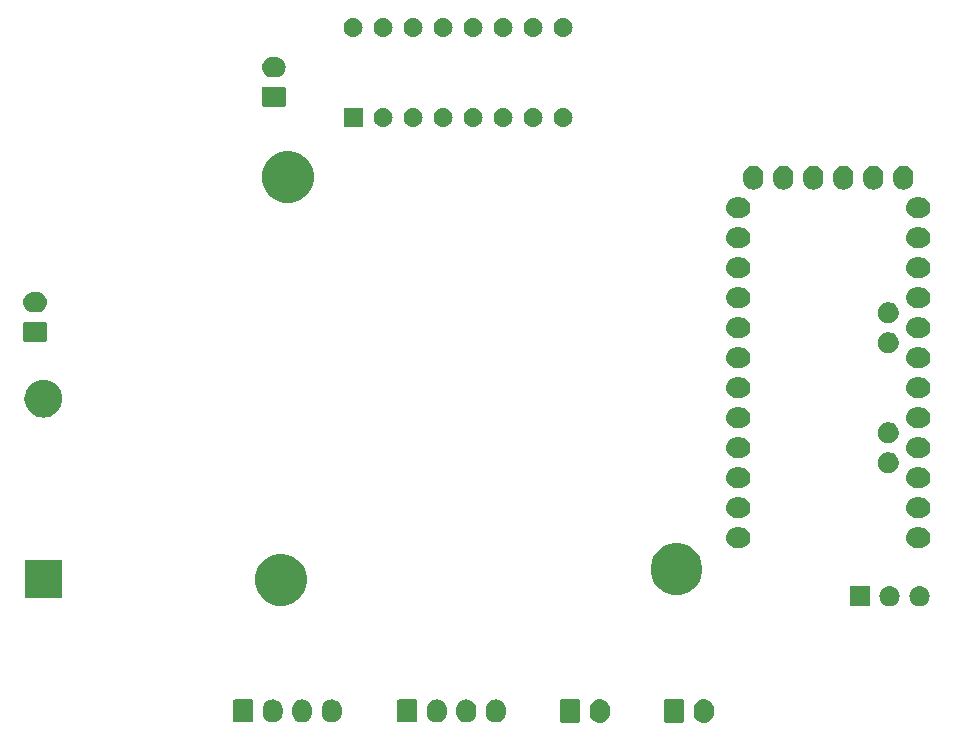
<source format=gbs>
G04 #@! TF.GenerationSoftware,KiCad,Pcbnew,5.0.2-bee76a0~70~ubuntu18.04.1*
G04 #@! TF.CreationDate,2019-05-07T17:56:58+05:30*
G04 #@! TF.ProjectId,motbox_with_promini,6d6f7462-6f78-45f7-9769-74685f70726f,rev?*
G04 #@! TF.SameCoordinates,Original*
G04 #@! TF.FileFunction,Soldermask,Bot*
G04 #@! TF.FilePolarity,Negative*
%FSLAX46Y46*%
G04 Gerber Fmt 4.6, Leading zero omitted, Abs format (unit mm)*
G04 Created by KiCad (PCBNEW 5.0.2-bee76a0~70~ubuntu18.04.1) date Tue May  7 17:56:58 2019*
%MOMM*%
%LPD*%
G01*
G04 APERTURE LIST*
%ADD10C,0.100000*%
G04 APERTURE END LIST*
D10*
G36*
X158566629Y-92512299D02*
X158671230Y-92544030D01*
X158726854Y-92560903D01*
X158800172Y-92600093D01*
X158874524Y-92639834D01*
X159003949Y-92746051D01*
X159110169Y-92875480D01*
X159189097Y-93023145D01*
X159237701Y-93183370D01*
X159250000Y-93308248D01*
X159250000Y-93691751D01*
X159237701Y-93816624D01*
X159237700Y-93816627D01*
X159237700Y-93816628D01*
X159189097Y-93976855D01*
X159160707Y-94029968D01*
X159110169Y-94124520D01*
X159003949Y-94253949D01*
X158874520Y-94360169D01*
X158726855Y-94439097D01*
X158566630Y-94487701D01*
X158400000Y-94504112D01*
X158233371Y-94487701D01*
X158073146Y-94439097D01*
X157925481Y-94360169D01*
X157796052Y-94253949D01*
X157689831Y-94124520D01*
X157610903Y-93976855D01*
X157562299Y-93816630D01*
X157550000Y-93691752D01*
X157550000Y-93308249D01*
X157562299Y-93183371D01*
X157603318Y-93048151D01*
X157610903Y-93023146D01*
X157656747Y-92937378D01*
X157689834Y-92875476D01*
X157796051Y-92746051D01*
X157925480Y-92639831D01*
X158073145Y-92560903D01*
X158233370Y-92512299D01*
X158400000Y-92495888D01*
X158566629Y-92512299D01*
X158566629Y-92512299D01*
G37*
G36*
X149766629Y-92512299D02*
X149871230Y-92544030D01*
X149926854Y-92560903D01*
X150000172Y-92600093D01*
X150074524Y-92639834D01*
X150203949Y-92746051D01*
X150310169Y-92875480D01*
X150389097Y-93023145D01*
X150437701Y-93183370D01*
X150450000Y-93308248D01*
X150450000Y-93691751D01*
X150437701Y-93816624D01*
X150437700Y-93816627D01*
X150437700Y-93816628D01*
X150389097Y-93976855D01*
X150360707Y-94029968D01*
X150310169Y-94124520D01*
X150203949Y-94253949D01*
X150074520Y-94360169D01*
X149926855Y-94439097D01*
X149766630Y-94487701D01*
X149600000Y-94504112D01*
X149433371Y-94487701D01*
X149273146Y-94439097D01*
X149125481Y-94360169D01*
X148996052Y-94253949D01*
X148889831Y-94124520D01*
X148810903Y-93976855D01*
X148762299Y-93816630D01*
X148750000Y-93691752D01*
X148750000Y-93308249D01*
X148762299Y-93183371D01*
X148803318Y-93048151D01*
X148810903Y-93023146D01*
X148856747Y-92937378D01*
X148889834Y-92875476D01*
X148996051Y-92746051D01*
X149125480Y-92639831D01*
X149273145Y-92560903D01*
X149433370Y-92512299D01*
X149600000Y-92495888D01*
X149766629Y-92512299D01*
X149766629Y-92512299D01*
G37*
G36*
X156619675Y-92503701D02*
X156649907Y-92512872D01*
X156677769Y-92527765D01*
X156702192Y-92547808D01*
X156722235Y-92572231D01*
X156737128Y-92600093D01*
X156746299Y-92630325D01*
X156750000Y-92667905D01*
X156750000Y-94332095D01*
X156746299Y-94369675D01*
X156737128Y-94399907D01*
X156722235Y-94427769D01*
X156702192Y-94452192D01*
X156677769Y-94472235D01*
X156649907Y-94487128D01*
X156619675Y-94496299D01*
X156582095Y-94500000D01*
X155217905Y-94500000D01*
X155180325Y-94496299D01*
X155150093Y-94487128D01*
X155122231Y-94472235D01*
X155097808Y-94452192D01*
X155077765Y-94427769D01*
X155062872Y-94399907D01*
X155053701Y-94369675D01*
X155050000Y-94332095D01*
X155050000Y-92667905D01*
X155053701Y-92630325D01*
X155062872Y-92600093D01*
X155077765Y-92572231D01*
X155097808Y-92547808D01*
X155122231Y-92527765D01*
X155150093Y-92512872D01*
X155180325Y-92503701D01*
X155217905Y-92500000D01*
X156582095Y-92500000D01*
X156619675Y-92503701D01*
X156619675Y-92503701D01*
G37*
G36*
X147819675Y-92503701D02*
X147849907Y-92512872D01*
X147877769Y-92527765D01*
X147902192Y-92547808D01*
X147922235Y-92572231D01*
X147937128Y-92600093D01*
X147946299Y-92630325D01*
X147950000Y-92667905D01*
X147950000Y-94332095D01*
X147946299Y-94369675D01*
X147937128Y-94399907D01*
X147922235Y-94427769D01*
X147902192Y-94452192D01*
X147877769Y-94472235D01*
X147849907Y-94487128D01*
X147819675Y-94496299D01*
X147782095Y-94500000D01*
X146417905Y-94500000D01*
X146380325Y-94496299D01*
X146350093Y-94487128D01*
X146322231Y-94472235D01*
X146297808Y-94452192D01*
X146277765Y-94427769D01*
X146262872Y-94399907D01*
X146253701Y-94369675D01*
X146250000Y-94332095D01*
X146250000Y-92667905D01*
X146253701Y-92630325D01*
X146262872Y-92600093D01*
X146277765Y-92572231D01*
X146297808Y-92547808D01*
X146322231Y-92527765D01*
X146350093Y-92512872D01*
X146380325Y-92503701D01*
X146417905Y-92500000D01*
X147782095Y-92500000D01*
X147819675Y-92503701D01*
X147819675Y-92503701D01*
G37*
G36*
X140966629Y-92537299D02*
X141081363Y-92572104D01*
X141126854Y-92585903D01*
X141200172Y-92625093D01*
X141274524Y-92664834D01*
X141403949Y-92771051D01*
X141510169Y-92900480D01*
X141589097Y-93048145D01*
X141637701Y-93208370D01*
X141650000Y-93333248D01*
X141650000Y-93666751D01*
X141637701Y-93791624D01*
X141637700Y-93791627D01*
X141637700Y-93791628D01*
X141589097Y-93951855D01*
X141560707Y-94004968D01*
X141510169Y-94099520D01*
X141403949Y-94228949D01*
X141274520Y-94335169D01*
X141126855Y-94414097D01*
X140966630Y-94462701D01*
X140800000Y-94479112D01*
X140633371Y-94462701D01*
X140473146Y-94414097D01*
X140325484Y-94335170D01*
X140196048Y-94228946D01*
X140089831Y-94099520D01*
X140010903Y-93951855D01*
X139962299Y-93791630D01*
X139950000Y-93666752D01*
X139950000Y-93333249D01*
X139962299Y-93208371D01*
X139997104Y-93093637D01*
X140010903Y-93048146D01*
X140056747Y-92962378D01*
X140089834Y-92900476D01*
X140196051Y-92771051D01*
X140325480Y-92664831D01*
X140473145Y-92585903D01*
X140633370Y-92537299D01*
X140800000Y-92520888D01*
X140966629Y-92537299D01*
X140966629Y-92537299D01*
G37*
G36*
X138466629Y-92537299D02*
X138581363Y-92572104D01*
X138626854Y-92585903D01*
X138700172Y-92625093D01*
X138774524Y-92664834D01*
X138903949Y-92771051D01*
X139010169Y-92900480D01*
X139089097Y-93048145D01*
X139137701Y-93208370D01*
X139150000Y-93333248D01*
X139150000Y-93666751D01*
X139137701Y-93791624D01*
X139137700Y-93791627D01*
X139137700Y-93791628D01*
X139089097Y-93951855D01*
X139060707Y-94004968D01*
X139010169Y-94099520D01*
X138903949Y-94228949D01*
X138774520Y-94335169D01*
X138626855Y-94414097D01*
X138466630Y-94462701D01*
X138300000Y-94479112D01*
X138133371Y-94462701D01*
X137973146Y-94414097D01*
X137825484Y-94335170D01*
X137696048Y-94228946D01*
X137589831Y-94099520D01*
X137510903Y-93951855D01*
X137462299Y-93791630D01*
X137450000Y-93666752D01*
X137450000Y-93333249D01*
X137462299Y-93208371D01*
X137497104Y-93093637D01*
X137510903Y-93048146D01*
X137556747Y-92962378D01*
X137589834Y-92900476D01*
X137696051Y-92771051D01*
X137825480Y-92664831D01*
X137973145Y-92585903D01*
X138133370Y-92537299D01*
X138300000Y-92520888D01*
X138466629Y-92537299D01*
X138466629Y-92537299D01*
G37*
G36*
X135966629Y-92537299D02*
X136081363Y-92572104D01*
X136126854Y-92585903D01*
X136200172Y-92625093D01*
X136274524Y-92664834D01*
X136403949Y-92771051D01*
X136510169Y-92900480D01*
X136589097Y-93048145D01*
X136637701Y-93208370D01*
X136650000Y-93333248D01*
X136650000Y-93666751D01*
X136637701Y-93791624D01*
X136637700Y-93791627D01*
X136637700Y-93791628D01*
X136589097Y-93951855D01*
X136560707Y-94004968D01*
X136510169Y-94099520D01*
X136403949Y-94228949D01*
X136274520Y-94335169D01*
X136126855Y-94414097D01*
X135966630Y-94462701D01*
X135800000Y-94479112D01*
X135633371Y-94462701D01*
X135473146Y-94414097D01*
X135325484Y-94335170D01*
X135196048Y-94228946D01*
X135089831Y-94099520D01*
X135010903Y-93951855D01*
X134962299Y-93791630D01*
X134950000Y-93666752D01*
X134950000Y-93333249D01*
X134962299Y-93208371D01*
X134997104Y-93093637D01*
X135010903Y-93048146D01*
X135056747Y-92962378D01*
X135089834Y-92900476D01*
X135196051Y-92771051D01*
X135325480Y-92664831D01*
X135473145Y-92585903D01*
X135633370Y-92537299D01*
X135800000Y-92520888D01*
X135966629Y-92537299D01*
X135966629Y-92537299D01*
G37*
G36*
X127066629Y-92537299D02*
X127181363Y-92572104D01*
X127226854Y-92585903D01*
X127300172Y-92625093D01*
X127374524Y-92664834D01*
X127503949Y-92771051D01*
X127610169Y-92900480D01*
X127689097Y-93048145D01*
X127737701Y-93208370D01*
X127750000Y-93333248D01*
X127750000Y-93666751D01*
X127737701Y-93791624D01*
X127737700Y-93791627D01*
X127737700Y-93791628D01*
X127689097Y-93951855D01*
X127660707Y-94004968D01*
X127610169Y-94099520D01*
X127503949Y-94228949D01*
X127374520Y-94335169D01*
X127226855Y-94414097D01*
X127066630Y-94462701D01*
X126900000Y-94479112D01*
X126733371Y-94462701D01*
X126573146Y-94414097D01*
X126425484Y-94335170D01*
X126296048Y-94228946D01*
X126189831Y-94099520D01*
X126110903Y-93951855D01*
X126062299Y-93791630D01*
X126050000Y-93666752D01*
X126050000Y-93333249D01*
X126062299Y-93208371D01*
X126097104Y-93093637D01*
X126110903Y-93048146D01*
X126156747Y-92962378D01*
X126189834Y-92900476D01*
X126296051Y-92771051D01*
X126425480Y-92664831D01*
X126573145Y-92585903D01*
X126733370Y-92537299D01*
X126900000Y-92520888D01*
X127066629Y-92537299D01*
X127066629Y-92537299D01*
G37*
G36*
X124566629Y-92537299D02*
X124681363Y-92572104D01*
X124726854Y-92585903D01*
X124800172Y-92625093D01*
X124874524Y-92664834D01*
X125003949Y-92771051D01*
X125110169Y-92900480D01*
X125189097Y-93048145D01*
X125237701Y-93208370D01*
X125250000Y-93333248D01*
X125250000Y-93666751D01*
X125237701Y-93791624D01*
X125237700Y-93791627D01*
X125237700Y-93791628D01*
X125189097Y-93951855D01*
X125160707Y-94004968D01*
X125110169Y-94099520D01*
X125003949Y-94228949D01*
X124874520Y-94335169D01*
X124726855Y-94414097D01*
X124566630Y-94462701D01*
X124400000Y-94479112D01*
X124233371Y-94462701D01*
X124073146Y-94414097D01*
X123925484Y-94335170D01*
X123796048Y-94228946D01*
X123689831Y-94099520D01*
X123610903Y-93951855D01*
X123562299Y-93791630D01*
X123550000Y-93666752D01*
X123550000Y-93333249D01*
X123562299Y-93208371D01*
X123597104Y-93093637D01*
X123610903Y-93048146D01*
X123656747Y-92962378D01*
X123689834Y-92900476D01*
X123796051Y-92771051D01*
X123925480Y-92664831D01*
X124073145Y-92585903D01*
X124233370Y-92537299D01*
X124400000Y-92520888D01*
X124566629Y-92537299D01*
X124566629Y-92537299D01*
G37*
G36*
X122066629Y-92537299D02*
X122181363Y-92572104D01*
X122226854Y-92585903D01*
X122300172Y-92625093D01*
X122374524Y-92664834D01*
X122503949Y-92771051D01*
X122610169Y-92900480D01*
X122689097Y-93048145D01*
X122737701Y-93208370D01*
X122750000Y-93333248D01*
X122750000Y-93666751D01*
X122737701Y-93791624D01*
X122737700Y-93791627D01*
X122737700Y-93791628D01*
X122689097Y-93951855D01*
X122660707Y-94004968D01*
X122610169Y-94099520D01*
X122503949Y-94228949D01*
X122374520Y-94335169D01*
X122226855Y-94414097D01*
X122066630Y-94462701D01*
X121900000Y-94479112D01*
X121733371Y-94462701D01*
X121573146Y-94414097D01*
X121425484Y-94335170D01*
X121296048Y-94228946D01*
X121189831Y-94099520D01*
X121110903Y-93951855D01*
X121062299Y-93791630D01*
X121050000Y-93666752D01*
X121050000Y-93333249D01*
X121062299Y-93208371D01*
X121097104Y-93093637D01*
X121110903Y-93048146D01*
X121156747Y-92962378D01*
X121189834Y-92900476D01*
X121296051Y-92771051D01*
X121425480Y-92664831D01*
X121573145Y-92585903D01*
X121733370Y-92537299D01*
X121900000Y-92520888D01*
X122066629Y-92537299D01*
X122066629Y-92537299D01*
G37*
G36*
X134019675Y-92528701D02*
X134049907Y-92537872D01*
X134077769Y-92552765D01*
X134102192Y-92572808D01*
X134122235Y-92597231D01*
X134137128Y-92625093D01*
X134146299Y-92655325D01*
X134150000Y-92692905D01*
X134150000Y-94307095D01*
X134146299Y-94344675D01*
X134137128Y-94374907D01*
X134122235Y-94402769D01*
X134102192Y-94427192D01*
X134077769Y-94447235D01*
X134049907Y-94462128D01*
X134019675Y-94471299D01*
X133982095Y-94475000D01*
X132617905Y-94475000D01*
X132580325Y-94471299D01*
X132550093Y-94462128D01*
X132522231Y-94447235D01*
X132497808Y-94427192D01*
X132477765Y-94402769D01*
X132462872Y-94374907D01*
X132453701Y-94344675D01*
X132450000Y-94307095D01*
X132450000Y-92692905D01*
X132453701Y-92655325D01*
X132462872Y-92625093D01*
X132477765Y-92597231D01*
X132497808Y-92572808D01*
X132522231Y-92552765D01*
X132550093Y-92537872D01*
X132580325Y-92528701D01*
X132617905Y-92525000D01*
X133982095Y-92525000D01*
X134019675Y-92528701D01*
X134019675Y-92528701D01*
G37*
G36*
X120119675Y-92528701D02*
X120149907Y-92537872D01*
X120177769Y-92552765D01*
X120202192Y-92572808D01*
X120222235Y-92597231D01*
X120237128Y-92625093D01*
X120246299Y-92655325D01*
X120250000Y-92692905D01*
X120250000Y-94307095D01*
X120246299Y-94344675D01*
X120237128Y-94374907D01*
X120222235Y-94402769D01*
X120202192Y-94427192D01*
X120177769Y-94447235D01*
X120149907Y-94462128D01*
X120119675Y-94471299D01*
X120082095Y-94475000D01*
X118717905Y-94475000D01*
X118680325Y-94471299D01*
X118650093Y-94462128D01*
X118622231Y-94447235D01*
X118597808Y-94427192D01*
X118577765Y-94402769D01*
X118562872Y-94374907D01*
X118553701Y-94344675D01*
X118550000Y-94307095D01*
X118550000Y-92692905D01*
X118553701Y-92655325D01*
X118562872Y-92625093D01*
X118577765Y-92597231D01*
X118597808Y-92572808D01*
X118622231Y-92552765D01*
X118650093Y-92537872D01*
X118680325Y-92528701D01*
X118717905Y-92525000D01*
X120082095Y-92525000D01*
X120119675Y-92528701D01*
X120119675Y-92528701D01*
G37*
G36*
X176846630Y-82962299D02*
X177006855Y-83010903D01*
X177154520Y-83089831D01*
X177283949Y-83196051D01*
X177390169Y-83325480D01*
X177469097Y-83473145D01*
X177517701Y-83633370D01*
X177534112Y-83800000D01*
X177517701Y-83966630D01*
X177469097Y-84126855D01*
X177390169Y-84274520D01*
X177283949Y-84403949D01*
X177154520Y-84510169D01*
X177006855Y-84589097D01*
X176846630Y-84637701D01*
X176721752Y-84650000D01*
X176638248Y-84650000D01*
X176513370Y-84637701D01*
X176353145Y-84589097D01*
X176205480Y-84510169D01*
X176076051Y-84403949D01*
X175969831Y-84274520D01*
X175890903Y-84126855D01*
X175842299Y-83966630D01*
X175825888Y-83800000D01*
X175842299Y-83633370D01*
X175890903Y-83473145D01*
X175969831Y-83325480D01*
X176076051Y-83196051D01*
X176205480Y-83089831D01*
X176353145Y-83010903D01*
X176513370Y-82962299D01*
X176638248Y-82950000D01*
X176721752Y-82950000D01*
X176846630Y-82962299D01*
X176846630Y-82962299D01*
G37*
G36*
X172450000Y-84650000D02*
X170750000Y-84650000D01*
X170750000Y-82950000D01*
X172450000Y-82950000D01*
X172450000Y-84650000D01*
X172450000Y-84650000D01*
G37*
G36*
X174306630Y-82962299D02*
X174466855Y-83010903D01*
X174614520Y-83089831D01*
X174743949Y-83196051D01*
X174850169Y-83325480D01*
X174929097Y-83473145D01*
X174977701Y-83633370D01*
X174994112Y-83800000D01*
X174977701Y-83966630D01*
X174929097Y-84126855D01*
X174850169Y-84274520D01*
X174743949Y-84403949D01*
X174614520Y-84510169D01*
X174466855Y-84589097D01*
X174306630Y-84637701D01*
X174181752Y-84650000D01*
X174098248Y-84650000D01*
X173973370Y-84637701D01*
X173813145Y-84589097D01*
X173665480Y-84510169D01*
X173536051Y-84403949D01*
X173429831Y-84274520D01*
X173350903Y-84126855D01*
X173302299Y-83966630D01*
X173285888Y-83800000D01*
X173302299Y-83633370D01*
X173350903Y-83473145D01*
X173429831Y-83325480D01*
X173536051Y-83196051D01*
X173665480Y-83089831D01*
X173813145Y-83010903D01*
X173973370Y-82962299D01*
X174098248Y-82950000D01*
X174181752Y-82950000D01*
X174306630Y-82962299D01*
X174306630Y-82962299D01*
G37*
G36*
X123241716Y-80284544D02*
X123642090Y-80450384D01*
X124002421Y-80691150D01*
X124308850Y-80997579D01*
X124549616Y-81357910D01*
X124715456Y-81758284D01*
X124800000Y-82183317D01*
X124800000Y-82616683D01*
X124715456Y-83041716D01*
X124549616Y-83442090D01*
X124308850Y-83802421D01*
X124002421Y-84108850D01*
X123642090Y-84349616D01*
X123241716Y-84515456D01*
X122816683Y-84600000D01*
X122383317Y-84600000D01*
X121958284Y-84515456D01*
X121557910Y-84349616D01*
X121197579Y-84108850D01*
X120891150Y-83802421D01*
X120650384Y-83442090D01*
X120484544Y-83041716D01*
X120400000Y-82616683D01*
X120400000Y-82183317D01*
X120484544Y-81758284D01*
X120650384Y-81357910D01*
X120891150Y-80997579D01*
X121197579Y-80691150D01*
X121557910Y-80450384D01*
X121958284Y-80284544D01*
X122383317Y-80200000D01*
X122816683Y-80200000D01*
X123241716Y-80284544D01*
X123241716Y-80284544D01*
G37*
G36*
X104100000Y-83900000D02*
X100900000Y-83900000D01*
X100900000Y-80700000D01*
X104100000Y-80700000D01*
X104100000Y-83900000D01*
X104100000Y-83900000D01*
G37*
G36*
X156741716Y-79384544D02*
X157142090Y-79550384D01*
X157502421Y-79791150D01*
X157808850Y-80097579D01*
X158049616Y-80457910D01*
X158215456Y-80858284D01*
X158300000Y-81283317D01*
X158300000Y-81716683D01*
X158215456Y-82141716D01*
X158049616Y-82542090D01*
X157808850Y-82902421D01*
X157502421Y-83208850D01*
X157142090Y-83449616D01*
X156741716Y-83615456D01*
X156316683Y-83700000D01*
X155883317Y-83700000D01*
X155458284Y-83615456D01*
X155057910Y-83449616D01*
X154697579Y-83208850D01*
X154391150Y-82902421D01*
X154150384Y-82542090D01*
X153984544Y-82141716D01*
X153900000Y-81716683D01*
X153900000Y-81283317D01*
X153984544Y-80858284D01*
X154150384Y-80457910D01*
X154391150Y-80097579D01*
X154697579Y-79791150D01*
X155057910Y-79550384D01*
X155458284Y-79384544D01*
X155883317Y-79300000D01*
X156316683Y-79300000D01*
X156741716Y-79384544D01*
X156741716Y-79384544D01*
G37*
G36*
X161567112Y-77970565D02*
X161651695Y-77978896D01*
X161772127Y-78015429D01*
X161814488Y-78028279D01*
X161964512Y-78108468D01*
X162096012Y-78216388D01*
X162203932Y-78347888D01*
X162284121Y-78497912D01*
X162284122Y-78497916D01*
X162333504Y-78660705D01*
X162350178Y-78830000D01*
X162333504Y-78999295D01*
X162296971Y-79119727D01*
X162284121Y-79162088D01*
X162203932Y-79312112D01*
X162096012Y-79443612D01*
X161964512Y-79551532D01*
X161814488Y-79631721D01*
X161772127Y-79644571D01*
X161651695Y-79681104D01*
X161567112Y-79689435D01*
X161524821Y-79693600D01*
X161135179Y-79693600D01*
X161092888Y-79689435D01*
X161008305Y-79681104D01*
X160887873Y-79644571D01*
X160845512Y-79631721D01*
X160695488Y-79551532D01*
X160563988Y-79443612D01*
X160456068Y-79312112D01*
X160375879Y-79162088D01*
X160363029Y-79119727D01*
X160326496Y-78999295D01*
X160309822Y-78830000D01*
X160326496Y-78660705D01*
X160375878Y-78497916D01*
X160375879Y-78497912D01*
X160456068Y-78347888D01*
X160563988Y-78216388D01*
X160695488Y-78108468D01*
X160845512Y-78028279D01*
X160887873Y-78015429D01*
X161008305Y-77978896D01*
X161092888Y-77970565D01*
X161135179Y-77966400D01*
X161524821Y-77966400D01*
X161567112Y-77970565D01*
X161567112Y-77970565D01*
G37*
G36*
X176807112Y-77970565D02*
X176891695Y-77978896D01*
X177012127Y-78015429D01*
X177054488Y-78028279D01*
X177204512Y-78108468D01*
X177336012Y-78216388D01*
X177443932Y-78347888D01*
X177524121Y-78497912D01*
X177524122Y-78497916D01*
X177573504Y-78660705D01*
X177590178Y-78830000D01*
X177573504Y-78999295D01*
X177536971Y-79119727D01*
X177524121Y-79162088D01*
X177443932Y-79312112D01*
X177336012Y-79443612D01*
X177204512Y-79551532D01*
X177054488Y-79631721D01*
X177012127Y-79644571D01*
X176891695Y-79681104D01*
X176807112Y-79689435D01*
X176764821Y-79693600D01*
X176375179Y-79693600D01*
X176332888Y-79689435D01*
X176248305Y-79681104D01*
X176127873Y-79644571D01*
X176085512Y-79631721D01*
X175935488Y-79551532D01*
X175803988Y-79443612D01*
X175696068Y-79312112D01*
X175615879Y-79162088D01*
X175603029Y-79119727D01*
X175566496Y-78999295D01*
X175549822Y-78830000D01*
X175566496Y-78660705D01*
X175615878Y-78497916D01*
X175615879Y-78497912D01*
X175696068Y-78347888D01*
X175803988Y-78216388D01*
X175935488Y-78108468D01*
X176085512Y-78028279D01*
X176127873Y-78015429D01*
X176248305Y-77978896D01*
X176332888Y-77970565D01*
X176375179Y-77966400D01*
X176764821Y-77966400D01*
X176807112Y-77970565D01*
X176807112Y-77970565D01*
G37*
G36*
X176807112Y-75430565D02*
X176891695Y-75438896D01*
X177012127Y-75475429D01*
X177054488Y-75488279D01*
X177204512Y-75568468D01*
X177336012Y-75676388D01*
X177443932Y-75807888D01*
X177524121Y-75957912D01*
X177524122Y-75957916D01*
X177573504Y-76120705D01*
X177590178Y-76290000D01*
X177573504Y-76459295D01*
X177536971Y-76579727D01*
X177524121Y-76622088D01*
X177443932Y-76772112D01*
X177336012Y-76903612D01*
X177204512Y-77011532D01*
X177054488Y-77091721D01*
X177012127Y-77104571D01*
X176891695Y-77141104D01*
X176807112Y-77149435D01*
X176764821Y-77153600D01*
X176375179Y-77153600D01*
X176332888Y-77149435D01*
X176248305Y-77141104D01*
X176127873Y-77104571D01*
X176085512Y-77091721D01*
X175935488Y-77011532D01*
X175803988Y-76903612D01*
X175696068Y-76772112D01*
X175615879Y-76622088D01*
X175603029Y-76579727D01*
X175566496Y-76459295D01*
X175549822Y-76290000D01*
X175566496Y-76120705D01*
X175615878Y-75957916D01*
X175615879Y-75957912D01*
X175696068Y-75807888D01*
X175803988Y-75676388D01*
X175935488Y-75568468D01*
X176085512Y-75488279D01*
X176127873Y-75475429D01*
X176248305Y-75438896D01*
X176332888Y-75430565D01*
X176375179Y-75426400D01*
X176764821Y-75426400D01*
X176807112Y-75430565D01*
X176807112Y-75430565D01*
G37*
G36*
X161567112Y-75430565D02*
X161651695Y-75438896D01*
X161772127Y-75475429D01*
X161814488Y-75488279D01*
X161964512Y-75568468D01*
X162096012Y-75676388D01*
X162203932Y-75807888D01*
X162284121Y-75957912D01*
X162284122Y-75957916D01*
X162333504Y-76120705D01*
X162350178Y-76290000D01*
X162333504Y-76459295D01*
X162296971Y-76579727D01*
X162284121Y-76622088D01*
X162203932Y-76772112D01*
X162096012Y-76903612D01*
X161964512Y-77011532D01*
X161814488Y-77091721D01*
X161772127Y-77104571D01*
X161651695Y-77141104D01*
X161567112Y-77149435D01*
X161524821Y-77153600D01*
X161135179Y-77153600D01*
X161092888Y-77149435D01*
X161008305Y-77141104D01*
X160887873Y-77104571D01*
X160845512Y-77091721D01*
X160695488Y-77011532D01*
X160563988Y-76903612D01*
X160456068Y-76772112D01*
X160375879Y-76622088D01*
X160363029Y-76579727D01*
X160326496Y-76459295D01*
X160309822Y-76290000D01*
X160326496Y-76120705D01*
X160375878Y-75957916D01*
X160375879Y-75957912D01*
X160456068Y-75807888D01*
X160563988Y-75676388D01*
X160695488Y-75568468D01*
X160845512Y-75488279D01*
X160887873Y-75475429D01*
X161008305Y-75438896D01*
X161092888Y-75430565D01*
X161135179Y-75426400D01*
X161524821Y-75426400D01*
X161567112Y-75430565D01*
X161567112Y-75430565D01*
G37*
G36*
X161567112Y-72890565D02*
X161651695Y-72898896D01*
X161772127Y-72935429D01*
X161814488Y-72948279D01*
X161964512Y-73028468D01*
X162096012Y-73136388D01*
X162203932Y-73267888D01*
X162284121Y-73417912D01*
X162284122Y-73417916D01*
X162333504Y-73580705D01*
X162350178Y-73750000D01*
X162333504Y-73919295D01*
X162296971Y-74039727D01*
X162284121Y-74082088D01*
X162203932Y-74232112D01*
X162096012Y-74363612D01*
X161964512Y-74471532D01*
X161814488Y-74551721D01*
X161772127Y-74564571D01*
X161651695Y-74601104D01*
X161567112Y-74609435D01*
X161524821Y-74613600D01*
X161135179Y-74613600D01*
X161092888Y-74609435D01*
X161008305Y-74601104D01*
X160887873Y-74564571D01*
X160845512Y-74551721D01*
X160695488Y-74471532D01*
X160563988Y-74363612D01*
X160456068Y-74232112D01*
X160375879Y-74082088D01*
X160363029Y-74039727D01*
X160326496Y-73919295D01*
X160309822Y-73750000D01*
X160326496Y-73580705D01*
X160375878Y-73417916D01*
X160375879Y-73417912D01*
X160456068Y-73267888D01*
X160563988Y-73136388D01*
X160695488Y-73028468D01*
X160845512Y-72948279D01*
X160887873Y-72935429D01*
X161008305Y-72898896D01*
X161092888Y-72890565D01*
X161135179Y-72886400D01*
X161524821Y-72886400D01*
X161567112Y-72890565D01*
X161567112Y-72890565D01*
G37*
G36*
X176807112Y-72890565D02*
X176891695Y-72898896D01*
X177012127Y-72935429D01*
X177054488Y-72948279D01*
X177204512Y-73028468D01*
X177336012Y-73136388D01*
X177443932Y-73267888D01*
X177524121Y-73417912D01*
X177524122Y-73417916D01*
X177573504Y-73580705D01*
X177590178Y-73750000D01*
X177573504Y-73919295D01*
X177536971Y-74039727D01*
X177524121Y-74082088D01*
X177443932Y-74232112D01*
X177336012Y-74363612D01*
X177204512Y-74471532D01*
X177054488Y-74551721D01*
X177012127Y-74564571D01*
X176891695Y-74601104D01*
X176807112Y-74609435D01*
X176764821Y-74613600D01*
X176375179Y-74613600D01*
X176332888Y-74609435D01*
X176248305Y-74601104D01*
X176127873Y-74564571D01*
X176085512Y-74551721D01*
X175935488Y-74471532D01*
X175803988Y-74363612D01*
X175696068Y-74232112D01*
X175615879Y-74082088D01*
X175603029Y-74039727D01*
X175566496Y-73919295D01*
X175549822Y-73750000D01*
X175566496Y-73580705D01*
X175615878Y-73417916D01*
X175615879Y-73417912D01*
X175696068Y-73267888D01*
X175803988Y-73136388D01*
X175935488Y-73028468D01*
X176085512Y-72948279D01*
X176127873Y-72935429D01*
X176248305Y-72898896D01*
X176332888Y-72890565D01*
X176375179Y-72886400D01*
X176764821Y-72886400D01*
X176807112Y-72890565D01*
X176807112Y-72890565D01*
G37*
G36*
X174289312Y-71625164D02*
X174451098Y-71692178D01*
X174596707Y-71789471D01*
X174720529Y-71913293D01*
X174817822Y-72058902D01*
X174884836Y-72220688D01*
X174919000Y-72392441D01*
X174919000Y-72567559D01*
X174884836Y-72739312D01*
X174817822Y-72901098D01*
X174720529Y-73046707D01*
X174596707Y-73170529D01*
X174451098Y-73267822D01*
X174289312Y-73334836D01*
X174117559Y-73369000D01*
X173942441Y-73369000D01*
X173770688Y-73334836D01*
X173608902Y-73267822D01*
X173463293Y-73170529D01*
X173339471Y-73046707D01*
X173242178Y-72901098D01*
X173175164Y-72739312D01*
X173141000Y-72567559D01*
X173141000Y-72392441D01*
X173175164Y-72220688D01*
X173242178Y-72058902D01*
X173339471Y-71913293D01*
X173463293Y-71789471D01*
X173608902Y-71692178D01*
X173770688Y-71625164D01*
X173942441Y-71591000D01*
X174117559Y-71591000D01*
X174289312Y-71625164D01*
X174289312Y-71625164D01*
G37*
G36*
X161567112Y-70350565D02*
X161651695Y-70358896D01*
X161772127Y-70395429D01*
X161814488Y-70408279D01*
X161964512Y-70488468D01*
X162096012Y-70596388D01*
X162203932Y-70727888D01*
X162284121Y-70877912D01*
X162284122Y-70877916D01*
X162333504Y-71040705D01*
X162350178Y-71210000D01*
X162333504Y-71379295D01*
X162296971Y-71499727D01*
X162284121Y-71542088D01*
X162203932Y-71692112D01*
X162096012Y-71823612D01*
X161964512Y-71931532D01*
X161814488Y-72011721D01*
X161772127Y-72024571D01*
X161651695Y-72061104D01*
X161567112Y-72069435D01*
X161524821Y-72073600D01*
X161135179Y-72073600D01*
X161092888Y-72069435D01*
X161008305Y-72061104D01*
X160887873Y-72024571D01*
X160845512Y-72011721D01*
X160695488Y-71931532D01*
X160563988Y-71823612D01*
X160456068Y-71692112D01*
X160375879Y-71542088D01*
X160363029Y-71499727D01*
X160326496Y-71379295D01*
X160309822Y-71210000D01*
X160326496Y-71040705D01*
X160375878Y-70877916D01*
X160375879Y-70877912D01*
X160456068Y-70727888D01*
X160563988Y-70596388D01*
X160695488Y-70488468D01*
X160845512Y-70408279D01*
X160887873Y-70395429D01*
X161008305Y-70358896D01*
X161092888Y-70350565D01*
X161135179Y-70346400D01*
X161524821Y-70346400D01*
X161567112Y-70350565D01*
X161567112Y-70350565D01*
G37*
G36*
X176807112Y-70350565D02*
X176891695Y-70358896D01*
X177012127Y-70395429D01*
X177054488Y-70408279D01*
X177204512Y-70488468D01*
X177336012Y-70596388D01*
X177443932Y-70727888D01*
X177524121Y-70877912D01*
X177524122Y-70877916D01*
X177573504Y-71040705D01*
X177590178Y-71210000D01*
X177573504Y-71379295D01*
X177536971Y-71499727D01*
X177524121Y-71542088D01*
X177443932Y-71692112D01*
X177336012Y-71823612D01*
X177204512Y-71931532D01*
X177054488Y-72011721D01*
X177012127Y-72024571D01*
X176891695Y-72061104D01*
X176807112Y-72069435D01*
X176764821Y-72073600D01*
X176375179Y-72073600D01*
X176332888Y-72069435D01*
X176248305Y-72061104D01*
X176127873Y-72024571D01*
X176085512Y-72011721D01*
X175935488Y-71931532D01*
X175803988Y-71823612D01*
X175696068Y-71692112D01*
X175615879Y-71542088D01*
X175603029Y-71499727D01*
X175566496Y-71379295D01*
X175549822Y-71210000D01*
X175566496Y-71040705D01*
X175615878Y-70877916D01*
X175615879Y-70877912D01*
X175696068Y-70727888D01*
X175803988Y-70596388D01*
X175935488Y-70488468D01*
X176085512Y-70408279D01*
X176127873Y-70395429D01*
X176248305Y-70358896D01*
X176332888Y-70350565D01*
X176375179Y-70346400D01*
X176764821Y-70346400D01*
X176807112Y-70350565D01*
X176807112Y-70350565D01*
G37*
G36*
X174289312Y-69085164D02*
X174451098Y-69152178D01*
X174596707Y-69249471D01*
X174720529Y-69373293D01*
X174817822Y-69518902D01*
X174884836Y-69680688D01*
X174919000Y-69852441D01*
X174919000Y-70027559D01*
X174884836Y-70199312D01*
X174817822Y-70361098D01*
X174720529Y-70506707D01*
X174596707Y-70630529D01*
X174451098Y-70727822D01*
X174289312Y-70794836D01*
X174117559Y-70829000D01*
X173942441Y-70829000D01*
X173770688Y-70794836D01*
X173608902Y-70727822D01*
X173463293Y-70630529D01*
X173339471Y-70506707D01*
X173242178Y-70361098D01*
X173175164Y-70199312D01*
X173141000Y-70027559D01*
X173141000Y-69852441D01*
X173175164Y-69680688D01*
X173242178Y-69518902D01*
X173339471Y-69373293D01*
X173463293Y-69249471D01*
X173608902Y-69152178D01*
X173770688Y-69085164D01*
X173942441Y-69051000D01*
X174117559Y-69051000D01*
X174289312Y-69085164D01*
X174289312Y-69085164D01*
G37*
G36*
X161567112Y-67810565D02*
X161651695Y-67818896D01*
X161772127Y-67855429D01*
X161814488Y-67868279D01*
X161964512Y-67948468D01*
X162096012Y-68056388D01*
X162203932Y-68187888D01*
X162284121Y-68337912D01*
X162284122Y-68337916D01*
X162333504Y-68500705D01*
X162350178Y-68670000D01*
X162333504Y-68839295D01*
X162296971Y-68959727D01*
X162284121Y-69002088D01*
X162203932Y-69152112D01*
X162096012Y-69283612D01*
X161964512Y-69391532D01*
X161814488Y-69471721D01*
X161772127Y-69484571D01*
X161651695Y-69521104D01*
X161567112Y-69529435D01*
X161524821Y-69533600D01*
X161135179Y-69533600D01*
X161092888Y-69529435D01*
X161008305Y-69521104D01*
X160887873Y-69484571D01*
X160845512Y-69471721D01*
X160695488Y-69391532D01*
X160563988Y-69283612D01*
X160456068Y-69152112D01*
X160375879Y-69002088D01*
X160363029Y-68959727D01*
X160326496Y-68839295D01*
X160309822Y-68670000D01*
X160326496Y-68500705D01*
X160375878Y-68337916D01*
X160375879Y-68337912D01*
X160456068Y-68187888D01*
X160563988Y-68056388D01*
X160695488Y-67948468D01*
X160845512Y-67868279D01*
X160887873Y-67855429D01*
X161008305Y-67818896D01*
X161092888Y-67810565D01*
X161135179Y-67806400D01*
X161524821Y-67806400D01*
X161567112Y-67810565D01*
X161567112Y-67810565D01*
G37*
G36*
X176807112Y-67810565D02*
X176891695Y-67818896D01*
X177012127Y-67855429D01*
X177054488Y-67868279D01*
X177204512Y-67948468D01*
X177336012Y-68056388D01*
X177443932Y-68187888D01*
X177524121Y-68337912D01*
X177524122Y-68337916D01*
X177573504Y-68500705D01*
X177590178Y-68670000D01*
X177573504Y-68839295D01*
X177536971Y-68959727D01*
X177524121Y-69002088D01*
X177443932Y-69152112D01*
X177336012Y-69283612D01*
X177204512Y-69391532D01*
X177054488Y-69471721D01*
X177012127Y-69484571D01*
X176891695Y-69521104D01*
X176807112Y-69529435D01*
X176764821Y-69533600D01*
X176375179Y-69533600D01*
X176332888Y-69529435D01*
X176248305Y-69521104D01*
X176127873Y-69484571D01*
X176085512Y-69471721D01*
X175935488Y-69391532D01*
X175803988Y-69283612D01*
X175696068Y-69152112D01*
X175615879Y-69002088D01*
X175603029Y-68959727D01*
X175566496Y-68839295D01*
X175549822Y-68670000D01*
X175566496Y-68500705D01*
X175615878Y-68337916D01*
X175615879Y-68337912D01*
X175696068Y-68187888D01*
X175803988Y-68056388D01*
X175935488Y-67948468D01*
X176085512Y-67868279D01*
X176127873Y-67855429D01*
X176248305Y-67818896D01*
X176332888Y-67810565D01*
X176375179Y-67806400D01*
X176764821Y-67806400D01*
X176807112Y-67810565D01*
X176807112Y-67810565D01*
G37*
G36*
X102656950Y-65467717D02*
X102813655Y-65483151D01*
X103014722Y-65544144D01*
X103115257Y-65574641D01*
X103252292Y-65647888D01*
X103393213Y-65723212D01*
X103393215Y-65723213D01*
X103393214Y-65723213D01*
X103636845Y-65923155D01*
X103836787Y-66166786D01*
X103985359Y-66444743D01*
X104015856Y-66545278D01*
X104076849Y-66746345D01*
X104107741Y-67060000D01*
X104076849Y-67373655D01*
X104015856Y-67574722D01*
X103985359Y-67675257D01*
X103915261Y-67806400D01*
X103836788Y-67953213D01*
X103636845Y-68196845D01*
X103393213Y-68396788D01*
X103263828Y-68465946D01*
X103115257Y-68545359D01*
X103014722Y-68575856D01*
X102813655Y-68636849D01*
X102656950Y-68652283D01*
X102578598Y-68660000D01*
X102421402Y-68660000D01*
X102343050Y-68652283D01*
X102186345Y-68636849D01*
X101985278Y-68575856D01*
X101884743Y-68545359D01*
X101736172Y-68465946D01*
X101606787Y-68396788D01*
X101363155Y-68196845D01*
X101163212Y-67953213D01*
X101084739Y-67806400D01*
X101014641Y-67675257D01*
X100984144Y-67574722D01*
X100923151Y-67373655D01*
X100892259Y-67060000D01*
X100923151Y-66746345D01*
X100984144Y-66545278D01*
X101014641Y-66444743D01*
X101163213Y-66166786D01*
X101363155Y-65923155D01*
X101606786Y-65723213D01*
X101606785Y-65723213D01*
X101606787Y-65723212D01*
X101747708Y-65647888D01*
X101884743Y-65574641D01*
X101985278Y-65544144D01*
X102186345Y-65483151D01*
X102343050Y-65467717D01*
X102421402Y-65460000D01*
X102578598Y-65460000D01*
X102656950Y-65467717D01*
X102656950Y-65467717D01*
G37*
G36*
X176807112Y-65270565D02*
X176891695Y-65278896D01*
X177012127Y-65315429D01*
X177054488Y-65328279D01*
X177204512Y-65408468D01*
X177336012Y-65516388D01*
X177443932Y-65647888D01*
X177524121Y-65797912D01*
X177524122Y-65797916D01*
X177573504Y-65960705D01*
X177590178Y-66130000D01*
X177573504Y-66299295D01*
X177536971Y-66419727D01*
X177524121Y-66462088D01*
X177443932Y-66612112D01*
X177336012Y-66743612D01*
X177204512Y-66851532D01*
X177054488Y-66931721D01*
X177012127Y-66944571D01*
X176891695Y-66981104D01*
X176807112Y-66989435D01*
X176764821Y-66993600D01*
X176375179Y-66993600D01*
X176332888Y-66989435D01*
X176248305Y-66981104D01*
X176127873Y-66944571D01*
X176085512Y-66931721D01*
X175935488Y-66851532D01*
X175803988Y-66743612D01*
X175696068Y-66612112D01*
X175615879Y-66462088D01*
X175603029Y-66419727D01*
X175566496Y-66299295D01*
X175549822Y-66130000D01*
X175566496Y-65960705D01*
X175615878Y-65797916D01*
X175615879Y-65797912D01*
X175696068Y-65647888D01*
X175803988Y-65516388D01*
X175935488Y-65408468D01*
X176085512Y-65328279D01*
X176127873Y-65315429D01*
X176248305Y-65278896D01*
X176332888Y-65270565D01*
X176375179Y-65266400D01*
X176764821Y-65266400D01*
X176807112Y-65270565D01*
X176807112Y-65270565D01*
G37*
G36*
X161567112Y-65270565D02*
X161651695Y-65278896D01*
X161772127Y-65315429D01*
X161814488Y-65328279D01*
X161964512Y-65408468D01*
X162096012Y-65516388D01*
X162203932Y-65647888D01*
X162284121Y-65797912D01*
X162284122Y-65797916D01*
X162333504Y-65960705D01*
X162350178Y-66130000D01*
X162333504Y-66299295D01*
X162296971Y-66419727D01*
X162284121Y-66462088D01*
X162203932Y-66612112D01*
X162096012Y-66743612D01*
X161964512Y-66851532D01*
X161814488Y-66931721D01*
X161772127Y-66944571D01*
X161651695Y-66981104D01*
X161567112Y-66989435D01*
X161524821Y-66993600D01*
X161135179Y-66993600D01*
X161092888Y-66989435D01*
X161008305Y-66981104D01*
X160887873Y-66944571D01*
X160845512Y-66931721D01*
X160695488Y-66851532D01*
X160563988Y-66743612D01*
X160456068Y-66612112D01*
X160375879Y-66462088D01*
X160363029Y-66419727D01*
X160326496Y-66299295D01*
X160309822Y-66130000D01*
X160326496Y-65960705D01*
X160375878Y-65797916D01*
X160375879Y-65797912D01*
X160456068Y-65647888D01*
X160563988Y-65516388D01*
X160695488Y-65408468D01*
X160845512Y-65328279D01*
X160887873Y-65315429D01*
X161008305Y-65278896D01*
X161092888Y-65270565D01*
X161135179Y-65266400D01*
X161524821Y-65266400D01*
X161567112Y-65270565D01*
X161567112Y-65270565D01*
G37*
G36*
X161567112Y-62730565D02*
X161651695Y-62738896D01*
X161772127Y-62775429D01*
X161814488Y-62788279D01*
X161964512Y-62868468D01*
X162096012Y-62976388D01*
X162203932Y-63107888D01*
X162284121Y-63257912D01*
X162284122Y-63257916D01*
X162333504Y-63420705D01*
X162350178Y-63590000D01*
X162333504Y-63759295D01*
X162296971Y-63879727D01*
X162284121Y-63922088D01*
X162203932Y-64072112D01*
X162096012Y-64203612D01*
X161964512Y-64311532D01*
X161814488Y-64391721D01*
X161772127Y-64404571D01*
X161651695Y-64441104D01*
X161567112Y-64449435D01*
X161524821Y-64453600D01*
X161135179Y-64453600D01*
X161092888Y-64449435D01*
X161008305Y-64441104D01*
X160887873Y-64404571D01*
X160845512Y-64391721D01*
X160695488Y-64311532D01*
X160563988Y-64203612D01*
X160456068Y-64072112D01*
X160375879Y-63922088D01*
X160363029Y-63879727D01*
X160326496Y-63759295D01*
X160309822Y-63590000D01*
X160326496Y-63420705D01*
X160375878Y-63257916D01*
X160375879Y-63257912D01*
X160456068Y-63107888D01*
X160563988Y-62976388D01*
X160695488Y-62868468D01*
X160845512Y-62788279D01*
X160887873Y-62775429D01*
X161008305Y-62738896D01*
X161092888Y-62730565D01*
X161135179Y-62726400D01*
X161524821Y-62726400D01*
X161567112Y-62730565D01*
X161567112Y-62730565D01*
G37*
G36*
X176807112Y-62730565D02*
X176891695Y-62738896D01*
X177012127Y-62775429D01*
X177054488Y-62788279D01*
X177204512Y-62868468D01*
X177336012Y-62976388D01*
X177443932Y-63107888D01*
X177524121Y-63257912D01*
X177524122Y-63257916D01*
X177573504Y-63420705D01*
X177590178Y-63590000D01*
X177573504Y-63759295D01*
X177536971Y-63879727D01*
X177524121Y-63922088D01*
X177443932Y-64072112D01*
X177336012Y-64203612D01*
X177204512Y-64311532D01*
X177054488Y-64391721D01*
X177012127Y-64404571D01*
X176891695Y-64441104D01*
X176807112Y-64449435D01*
X176764821Y-64453600D01*
X176375179Y-64453600D01*
X176332888Y-64449435D01*
X176248305Y-64441104D01*
X176127873Y-64404571D01*
X176085512Y-64391721D01*
X175935488Y-64311532D01*
X175803988Y-64203612D01*
X175696068Y-64072112D01*
X175615879Y-63922088D01*
X175603029Y-63879727D01*
X175566496Y-63759295D01*
X175549822Y-63590000D01*
X175566496Y-63420705D01*
X175615878Y-63257916D01*
X175615879Y-63257912D01*
X175696068Y-63107888D01*
X175803988Y-62976388D01*
X175935488Y-62868468D01*
X176085512Y-62788279D01*
X176127873Y-62775429D01*
X176248305Y-62738896D01*
X176332888Y-62730565D01*
X176375179Y-62726400D01*
X176764821Y-62726400D01*
X176807112Y-62730565D01*
X176807112Y-62730565D01*
G37*
G36*
X174289312Y-61465164D02*
X174451098Y-61532178D01*
X174596707Y-61629471D01*
X174720529Y-61753293D01*
X174817822Y-61898902D01*
X174884836Y-62060688D01*
X174919000Y-62232441D01*
X174919000Y-62407559D01*
X174884836Y-62579312D01*
X174817822Y-62741098D01*
X174720529Y-62886707D01*
X174596707Y-63010529D01*
X174451098Y-63107822D01*
X174289312Y-63174836D01*
X174117559Y-63209000D01*
X173942441Y-63209000D01*
X173770688Y-63174836D01*
X173608902Y-63107822D01*
X173463293Y-63010529D01*
X173339471Y-62886707D01*
X173242178Y-62741098D01*
X173175164Y-62579312D01*
X173141000Y-62407559D01*
X173141000Y-62232441D01*
X173175164Y-62060688D01*
X173242178Y-61898902D01*
X173339471Y-61753293D01*
X173463293Y-61629471D01*
X173608902Y-61532178D01*
X173770688Y-61465164D01*
X173942441Y-61431000D01*
X174117559Y-61431000D01*
X174289312Y-61465164D01*
X174289312Y-61465164D01*
G37*
G36*
X102669675Y-60553701D02*
X102699907Y-60562872D01*
X102727769Y-60577765D01*
X102752192Y-60597808D01*
X102772235Y-60622231D01*
X102787128Y-60650093D01*
X102796299Y-60680325D01*
X102800000Y-60717905D01*
X102800000Y-62082095D01*
X102796299Y-62119675D01*
X102787128Y-62149907D01*
X102772235Y-62177769D01*
X102752192Y-62202192D01*
X102727769Y-62222235D01*
X102699907Y-62237128D01*
X102669675Y-62246299D01*
X102632095Y-62250000D01*
X100967905Y-62250000D01*
X100930325Y-62246299D01*
X100900093Y-62237128D01*
X100872231Y-62222235D01*
X100847808Y-62202192D01*
X100827765Y-62177769D01*
X100812872Y-62149907D01*
X100803701Y-62119675D01*
X100800000Y-62082095D01*
X100800000Y-60717905D01*
X100803701Y-60680325D01*
X100812872Y-60650093D01*
X100827765Y-60622231D01*
X100847808Y-60597808D01*
X100872231Y-60577765D01*
X100900093Y-60562872D01*
X100930325Y-60553701D01*
X100967905Y-60550000D01*
X102632095Y-60550000D01*
X102669675Y-60553701D01*
X102669675Y-60553701D01*
G37*
G36*
X176807112Y-60190565D02*
X176891695Y-60198896D01*
X177012127Y-60235429D01*
X177054488Y-60248279D01*
X177204512Y-60328468D01*
X177336012Y-60436388D01*
X177443932Y-60567888D01*
X177524121Y-60717912D01*
X177524122Y-60717916D01*
X177573504Y-60880705D01*
X177590178Y-61050000D01*
X177573504Y-61219295D01*
X177536971Y-61339727D01*
X177524121Y-61382088D01*
X177443932Y-61532112D01*
X177336012Y-61663612D01*
X177204512Y-61771532D01*
X177054488Y-61851721D01*
X177012127Y-61864571D01*
X176891695Y-61901104D01*
X176807112Y-61909435D01*
X176764821Y-61913600D01*
X176375179Y-61913600D01*
X176332888Y-61909435D01*
X176248305Y-61901104D01*
X176127873Y-61864571D01*
X176085512Y-61851721D01*
X175935488Y-61771532D01*
X175803988Y-61663612D01*
X175696068Y-61532112D01*
X175615879Y-61382088D01*
X175603029Y-61339727D01*
X175566496Y-61219295D01*
X175549822Y-61050000D01*
X175566496Y-60880705D01*
X175615878Y-60717916D01*
X175615879Y-60717912D01*
X175696068Y-60567888D01*
X175803988Y-60436388D01*
X175935488Y-60328468D01*
X176085512Y-60248279D01*
X176127873Y-60235429D01*
X176248305Y-60198896D01*
X176332888Y-60190565D01*
X176375179Y-60186400D01*
X176764821Y-60186400D01*
X176807112Y-60190565D01*
X176807112Y-60190565D01*
G37*
G36*
X161567112Y-60190565D02*
X161651695Y-60198896D01*
X161772127Y-60235429D01*
X161814488Y-60248279D01*
X161964512Y-60328468D01*
X162096012Y-60436388D01*
X162203932Y-60567888D01*
X162284121Y-60717912D01*
X162284122Y-60717916D01*
X162333504Y-60880705D01*
X162350178Y-61050000D01*
X162333504Y-61219295D01*
X162296971Y-61339727D01*
X162284121Y-61382088D01*
X162203932Y-61532112D01*
X162096012Y-61663612D01*
X161964512Y-61771532D01*
X161814488Y-61851721D01*
X161772127Y-61864571D01*
X161651695Y-61901104D01*
X161567112Y-61909435D01*
X161524821Y-61913600D01*
X161135179Y-61913600D01*
X161092888Y-61909435D01*
X161008305Y-61901104D01*
X160887873Y-61864571D01*
X160845512Y-61851721D01*
X160695488Y-61771532D01*
X160563988Y-61663612D01*
X160456068Y-61532112D01*
X160375879Y-61382088D01*
X160363029Y-61339727D01*
X160326496Y-61219295D01*
X160309822Y-61050000D01*
X160326496Y-60880705D01*
X160375878Y-60717916D01*
X160375879Y-60717912D01*
X160456068Y-60567888D01*
X160563988Y-60436388D01*
X160695488Y-60328468D01*
X160845512Y-60248279D01*
X160887873Y-60235429D01*
X161008305Y-60198896D01*
X161092888Y-60190565D01*
X161135179Y-60186400D01*
X161524821Y-60186400D01*
X161567112Y-60190565D01*
X161567112Y-60190565D01*
G37*
G36*
X174289312Y-58925164D02*
X174451098Y-58992178D01*
X174596707Y-59089471D01*
X174720529Y-59213293D01*
X174817822Y-59358902D01*
X174884836Y-59520688D01*
X174919000Y-59692441D01*
X174919000Y-59867559D01*
X174884836Y-60039312D01*
X174817822Y-60201098D01*
X174720529Y-60346707D01*
X174596707Y-60470529D01*
X174451098Y-60567822D01*
X174289312Y-60634836D01*
X174117559Y-60669000D01*
X173942441Y-60669000D01*
X173770688Y-60634836D01*
X173608902Y-60567822D01*
X173463293Y-60470529D01*
X173339471Y-60346707D01*
X173242178Y-60201098D01*
X173175164Y-60039312D01*
X173141000Y-59867559D01*
X173141000Y-59692441D01*
X173175164Y-59520688D01*
X173242178Y-59358902D01*
X173339471Y-59213293D01*
X173463293Y-59089471D01*
X173608902Y-58992178D01*
X173770688Y-58925164D01*
X173942441Y-58891000D01*
X174117559Y-58891000D01*
X174289312Y-58925164D01*
X174289312Y-58925164D01*
G37*
G36*
X102116630Y-58062299D02*
X102276855Y-58110903D01*
X102424520Y-58189831D01*
X102553949Y-58296051D01*
X102660169Y-58425480D01*
X102739097Y-58573145D01*
X102787701Y-58733370D01*
X102804112Y-58900000D01*
X102787701Y-59066630D01*
X102739097Y-59226855D01*
X102660169Y-59374520D01*
X102553949Y-59503949D01*
X102424520Y-59610169D01*
X102276855Y-59689097D01*
X102116630Y-59737701D01*
X101991752Y-59750000D01*
X101608248Y-59750000D01*
X101483370Y-59737701D01*
X101323145Y-59689097D01*
X101175480Y-59610169D01*
X101046051Y-59503949D01*
X100939831Y-59374520D01*
X100860903Y-59226855D01*
X100812299Y-59066630D01*
X100795888Y-58900000D01*
X100812299Y-58733370D01*
X100860903Y-58573145D01*
X100939831Y-58425480D01*
X101046051Y-58296051D01*
X101175480Y-58189831D01*
X101323145Y-58110903D01*
X101483370Y-58062299D01*
X101608248Y-58050000D01*
X101991752Y-58050000D01*
X102116630Y-58062299D01*
X102116630Y-58062299D01*
G37*
G36*
X176807112Y-57650565D02*
X176891695Y-57658896D01*
X177012127Y-57695429D01*
X177054488Y-57708279D01*
X177204512Y-57788468D01*
X177336012Y-57896388D01*
X177443932Y-58027888D01*
X177524121Y-58177912D01*
X177527737Y-58189832D01*
X177573504Y-58340705D01*
X177590178Y-58510000D01*
X177573504Y-58679295D01*
X177557100Y-58733370D01*
X177524121Y-58842088D01*
X177443932Y-58992112D01*
X177336012Y-59123612D01*
X177204512Y-59231532D01*
X177054488Y-59311721D01*
X177012127Y-59324571D01*
X176891695Y-59361104D01*
X176807112Y-59369435D01*
X176764821Y-59373600D01*
X176375179Y-59373600D01*
X176332888Y-59369435D01*
X176248305Y-59361104D01*
X176127873Y-59324571D01*
X176085512Y-59311721D01*
X175935488Y-59231532D01*
X175803988Y-59123612D01*
X175696068Y-58992112D01*
X175615879Y-58842088D01*
X175582900Y-58733370D01*
X175566496Y-58679295D01*
X175549822Y-58510000D01*
X175566496Y-58340705D01*
X175612263Y-58189832D01*
X175615879Y-58177912D01*
X175696068Y-58027888D01*
X175803988Y-57896388D01*
X175935488Y-57788468D01*
X176085512Y-57708279D01*
X176127873Y-57695429D01*
X176248305Y-57658896D01*
X176332888Y-57650565D01*
X176375179Y-57646400D01*
X176764821Y-57646400D01*
X176807112Y-57650565D01*
X176807112Y-57650565D01*
G37*
G36*
X161567112Y-57650565D02*
X161651695Y-57658896D01*
X161772127Y-57695429D01*
X161814488Y-57708279D01*
X161964512Y-57788468D01*
X162096012Y-57896388D01*
X162203932Y-58027888D01*
X162284121Y-58177912D01*
X162287737Y-58189832D01*
X162333504Y-58340705D01*
X162350178Y-58510000D01*
X162333504Y-58679295D01*
X162317100Y-58733370D01*
X162284121Y-58842088D01*
X162203932Y-58992112D01*
X162096012Y-59123612D01*
X161964512Y-59231532D01*
X161814488Y-59311721D01*
X161772127Y-59324571D01*
X161651695Y-59361104D01*
X161567112Y-59369435D01*
X161524821Y-59373600D01*
X161135179Y-59373600D01*
X161092888Y-59369435D01*
X161008305Y-59361104D01*
X160887873Y-59324571D01*
X160845512Y-59311721D01*
X160695488Y-59231532D01*
X160563988Y-59123612D01*
X160456068Y-58992112D01*
X160375879Y-58842088D01*
X160342900Y-58733370D01*
X160326496Y-58679295D01*
X160309822Y-58510000D01*
X160326496Y-58340705D01*
X160372263Y-58189832D01*
X160375879Y-58177912D01*
X160456068Y-58027888D01*
X160563988Y-57896388D01*
X160695488Y-57788468D01*
X160845512Y-57708279D01*
X160887873Y-57695429D01*
X161008305Y-57658896D01*
X161092888Y-57650565D01*
X161135179Y-57646400D01*
X161524821Y-57646400D01*
X161567112Y-57650565D01*
X161567112Y-57650565D01*
G37*
G36*
X161567112Y-55110565D02*
X161651695Y-55118896D01*
X161772127Y-55155429D01*
X161814488Y-55168279D01*
X161964512Y-55248468D01*
X162096012Y-55356388D01*
X162203932Y-55487888D01*
X162284121Y-55637912D01*
X162284122Y-55637916D01*
X162333504Y-55800705D01*
X162350178Y-55970000D01*
X162333504Y-56139295D01*
X162296971Y-56259727D01*
X162284121Y-56302088D01*
X162203932Y-56452112D01*
X162096012Y-56583612D01*
X161964512Y-56691532D01*
X161814488Y-56771721D01*
X161772127Y-56784571D01*
X161651695Y-56821104D01*
X161567112Y-56829435D01*
X161524821Y-56833600D01*
X161135179Y-56833600D01*
X161092888Y-56829435D01*
X161008305Y-56821104D01*
X160887873Y-56784571D01*
X160845512Y-56771721D01*
X160695488Y-56691532D01*
X160563988Y-56583612D01*
X160456068Y-56452112D01*
X160375879Y-56302088D01*
X160363029Y-56259727D01*
X160326496Y-56139295D01*
X160309822Y-55970000D01*
X160326496Y-55800705D01*
X160375878Y-55637916D01*
X160375879Y-55637912D01*
X160456068Y-55487888D01*
X160563988Y-55356388D01*
X160695488Y-55248468D01*
X160845512Y-55168279D01*
X160887873Y-55155429D01*
X161008305Y-55118896D01*
X161092888Y-55110565D01*
X161135179Y-55106400D01*
X161524821Y-55106400D01*
X161567112Y-55110565D01*
X161567112Y-55110565D01*
G37*
G36*
X176807112Y-55110565D02*
X176891695Y-55118896D01*
X177012127Y-55155429D01*
X177054488Y-55168279D01*
X177204512Y-55248468D01*
X177336012Y-55356388D01*
X177443932Y-55487888D01*
X177524121Y-55637912D01*
X177524122Y-55637916D01*
X177573504Y-55800705D01*
X177590178Y-55970000D01*
X177573504Y-56139295D01*
X177536971Y-56259727D01*
X177524121Y-56302088D01*
X177443932Y-56452112D01*
X177336012Y-56583612D01*
X177204512Y-56691532D01*
X177054488Y-56771721D01*
X177012127Y-56784571D01*
X176891695Y-56821104D01*
X176807112Y-56829435D01*
X176764821Y-56833600D01*
X176375179Y-56833600D01*
X176332888Y-56829435D01*
X176248305Y-56821104D01*
X176127873Y-56784571D01*
X176085512Y-56771721D01*
X175935488Y-56691532D01*
X175803988Y-56583612D01*
X175696068Y-56452112D01*
X175615879Y-56302088D01*
X175603029Y-56259727D01*
X175566496Y-56139295D01*
X175549822Y-55970000D01*
X175566496Y-55800705D01*
X175615878Y-55637916D01*
X175615879Y-55637912D01*
X175696068Y-55487888D01*
X175803988Y-55356388D01*
X175935488Y-55248468D01*
X176085512Y-55168279D01*
X176127873Y-55155429D01*
X176248305Y-55118896D01*
X176332888Y-55110565D01*
X176375179Y-55106400D01*
X176764821Y-55106400D01*
X176807112Y-55110565D01*
X176807112Y-55110565D01*
G37*
G36*
X161567112Y-52570565D02*
X161651695Y-52578896D01*
X161772127Y-52615429D01*
X161814488Y-52628279D01*
X161964512Y-52708468D01*
X162096012Y-52816388D01*
X162203932Y-52947888D01*
X162284121Y-53097912D01*
X162284122Y-53097916D01*
X162333504Y-53260705D01*
X162350178Y-53430000D01*
X162333504Y-53599295D01*
X162296971Y-53719727D01*
X162284121Y-53762088D01*
X162203932Y-53912112D01*
X162096012Y-54043612D01*
X161964512Y-54151532D01*
X161814488Y-54231721D01*
X161772127Y-54244571D01*
X161651695Y-54281104D01*
X161567112Y-54289435D01*
X161524821Y-54293600D01*
X161135179Y-54293600D01*
X161092888Y-54289435D01*
X161008305Y-54281104D01*
X160887873Y-54244571D01*
X160845512Y-54231721D01*
X160695488Y-54151532D01*
X160563988Y-54043612D01*
X160456068Y-53912112D01*
X160375879Y-53762088D01*
X160363029Y-53719727D01*
X160326496Y-53599295D01*
X160309822Y-53430000D01*
X160326496Y-53260705D01*
X160375878Y-53097916D01*
X160375879Y-53097912D01*
X160456068Y-52947888D01*
X160563988Y-52816388D01*
X160695488Y-52708468D01*
X160845512Y-52628279D01*
X160887873Y-52615429D01*
X161008305Y-52578896D01*
X161092888Y-52570565D01*
X161135179Y-52566400D01*
X161524821Y-52566400D01*
X161567112Y-52570565D01*
X161567112Y-52570565D01*
G37*
G36*
X176807112Y-52570565D02*
X176891695Y-52578896D01*
X177012127Y-52615429D01*
X177054488Y-52628279D01*
X177204512Y-52708468D01*
X177336012Y-52816388D01*
X177443932Y-52947888D01*
X177524121Y-53097912D01*
X177524122Y-53097916D01*
X177573504Y-53260705D01*
X177590178Y-53430000D01*
X177573504Y-53599295D01*
X177536971Y-53719727D01*
X177524121Y-53762088D01*
X177443932Y-53912112D01*
X177336012Y-54043612D01*
X177204512Y-54151532D01*
X177054488Y-54231721D01*
X177012127Y-54244571D01*
X176891695Y-54281104D01*
X176807112Y-54289435D01*
X176764821Y-54293600D01*
X176375179Y-54293600D01*
X176332888Y-54289435D01*
X176248305Y-54281104D01*
X176127873Y-54244571D01*
X176085512Y-54231721D01*
X175935488Y-54151532D01*
X175803988Y-54043612D01*
X175696068Y-53912112D01*
X175615879Y-53762088D01*
X175603029Y-53719727D01*
X175566496Y-53599295D01*
X175549822Y-53430000D01*
X175566496Y-53260705D01*
X175615878Y-53097916D01*
X175615879Y-53097912D01*
X175696068Y-52947888D01*
X175803988Y-52816388D01*
X175935488Y-52708468D01*
X176085512Y-52628279D01*
X176127873Y-52615429D01*
X176248305Y-52578896D01*
X176332888Y-52570565D01*
X176375179Y-52566400D01*
X176764821Y-52566400D01*
X176807112Y-52570565D01*
X176807112Y-52570565D01*
G37*
G36*
X161567112Y-50030565D02*
X161651695Y-50038896D01*
X161772127Y-50075429D01*
X161814488Y-50088279D01*
X161964512Y-50168468D01*
X162096012Y-50276388D01*
X162203932Y-50407888D01*
X162284121Y-50557912D01*
X162284122Y-50557916D01*
X162333504Y-50720705D01*
X162350178Y-50890000D01*
X162333504Y-51059295D01*
X162296971Y-51179727D01*
X162284121Y-51222088D01*
X162203932Y-51372112D01*
X162096012Y-51503612D01*
X161964512Y-51611532D01*
X161814488Y-51691721D01*
X161772127Y-51704571D01*
X161651695Y-51741104D01*
X161567112Y-51749435D01*
X161524821Y-51753600D01*
X161135179Y-51753600D01*
X161092888Y-51749435D01*
X161008305Y-51741104D01*
X160887873Y-51704571D01*
X160845512Y-51691721D01*
X160695488Y-51611532D01*
X160563988Y-51503612D01*
X160456068Y-51372112D01*
X160375879Y-51222088D01*
X160363029Y-51179727D01*
X160326496Y-51059295D01*
X160309822Y-50890000D01*
X160326496Y-50720705D01*
X160375878Y-50557916D01*
X160375879Y-50557912D01*
X160456068Y-50407888D01*
X160563988Y-50276388D01*
X160695488Y-50168468D01*
X160845512Y-50088279D01*
X160887873Y-50075429D01*
X161008305Y-50038896D01*
X161092888Y-50030565D01*
X161135179Y-50026400D01*
X161524821Y-50026400D01*
X161567112Y-50030565D01*
X161567112Y-50030565D01*
G37*
G36*
X176807112Y-50030565D02*
X176891695Y-50038896D01*
X177012127Y-50075429D01*
X177054488Y-50088279D01*
X177204512Y-50168468D01*
X177336012Y-50276388D01*
X177443932Y-50407888D01*
X177524121Y-50557912D01*
X177524122Y-50557916D01*
X177573504Y-50720705D01*
X177590178Y-50890000D01*
X177573504Y-51059295D01*
X177536971Y-51179727D01*
X177524121Y-51222088D01*
X177443932Y-51372112D01*
X177336012Y-51503612D01*
X177204512Y-51611532D01*
X177054488Y-51691721D01*
X177012127Y-51704571D01*
X176891695Y-51741104D01*
X176807112Y-51749435D01*
X176764821Y-51753600D01*
X176375179Y-51753600D01*
X176332888Y-51749435D01*
X176248305Y-51741104D01*
X176127873Y-51704571D01*
X176085512Y-51691721D01*
X175935488Y-51611532D01*
X175803988Y-51503612D01*
X175696068Y-51372112D01*
X175615879Y-51222088D01*
X175603029Y-51179727D01*
X175566496Y-51059295D01*
X175549822Y-50890000D01*
X175566496Y-50720705D01*
X175615878Y-50557916D01*
X175615879Y-50557912D01*
X175696068Y-50407888D01*
X175803988Y-50276388D01*
X175935488Y-50168468D01*
X176085512Y-50088279D01*
X176127873Y-50075429D01*
X176248305Y-50038896D01*
X176332888Y-50030565D01*
X176375179Y-50026400D01*
X176764821Y-50026400D01*
X176807112Y-50030565D01*
X176807112Y-50030565D01*
G37*
G36*
X123841716Y-46184544D02*
X124242090Y-46350384D01*
X124602421Y-46591150D01*
X124908850Y-46897579D01*
X125149616Y-47257910D01*
X125315456Y-47658284D01*
X125400000Y-48083317D01*
X125400000Y-48516683D01*
X125315456Y-48941716D01*
X125149616Y-49342090D01*
X124908850Y-49702421D01*
X124602421Y-50008850D01*
X124242090Y-50249616D01*
X123841716Y-50415456D01*
X123416683Y-50500000D01*
X122983317Y-50500000D01*
X122558284Y-50415456D01*
X122157910Y-50249616D01*
X121797579Y-50008850D01*
X121491150Y-49702421D01*
X121250384Y-49342090D01*
X121084544Y-48941716D01*
X121000000Y-48516683D01*
X121000000Y-48083317D01*
X121084544Y-47658284D01*
X121250384Y-47257910D01*
X121491150Y-46897579D01*
X121797579Y-46591150D01*
X122157910Y-46350384D01*
X122558284Y-46184544D01*
X122983317Y-46100000D01*
X123416683Y-46100000D01*
X123841716Y-46184544D01*
X123841716Y-46184544D01*
G37*
G36*
X175469294Y-47346496D02*
X175589726Y-47383029D01*
X175632087Y-47395879D01*
X175782112Y-47476068D01*
X175913612Y-47583988D01*
X176021532Y-47715488D01*
X176101721Y-47865512D01*
X176114571Y-47907873D01*
X176151104Y-48028305D01*
X176163600Y-48155180D01*
X176163600Y-48544819D01*
X176151104Y-48671694D01*
X176114571Y-48792128D01*
X176101721Y-48834488D01*
X176021532Y-48984512D01*
X175913612Y-49116012D01*
X175782112Y-49223932D01*
X175632088Y-49304121D01*
X175589727Y-49316971D01*
X175469295Y-49353504D01*
X175356432Y-49364620D01*
X175300001Y-49370178D01*
X175300000Y-49370178D01*
X175130706Y-49353504D01*
X175010274Y-49316971D01*
X174967913Y-49304121D01*
X174817889Y-49223932D01*
X174727946Y-49150117D01*
X174686388Y-49116012D01*
X174578469Y-48984512D01*
X174555594Y-48941716D01*
X174498279Y-48834488D01*
X174485429Y-48792127D01*
X174448896Y-48671695D01*
X174436400Y-48544820D01*
X174436400Y-48155181D01*
X174448896Y-48028306D01*
X174498278Y-47865517D01*
X174498279Y-47865513D01*
X174578468Y-47715488D01*
X174686388Y-47583988D01*
X174817888Y-47476068D01*
X174967912Y-47395879D01*
X175010273Y-47383029D01*
X175130705Y-47346496D01*
X175243568Y-47335380D01*
X175299999Y-47329822D01*
X175300000Y-47329822D01*
X175469294Y-47346496D01*
X175469294Y-47346496D01*
G37*
G36*
X172929294Y-47346496D02*
X173049726Y-47383029D01*
X173092087Y-47395879D01*
X173242112Y-47476068D01*
X173373612Y-47583988D01*
X173481532Y-47715488D01*
X173561721Y-47865512D01*
X173574571Y-47907873D01*
X173611104Y-48028305D01*
X173623600Y-48155180D01*
X173623600Y-48544819D01*
X173611104Y-48671694D01*
X173574571Y-48792128D01*
X173561721Y-48834488D01*
X173481532Y-48984512D01*
X173373612Y-49116012D01*
X173242112Y-49223932D01*
X173092088Y-49304121D01*
X173049727Y-49316971D01*
X172929295Y-49353504D01*
X172816432Y-49364620D01*
X172760001Y-49370178D01*
X172760000Y-49370178D01*
X172590706Y-49353504D01*
X172470274Y-49316971D01*
X172427913Y-49304121D01*
X172277889Y-49223932D01*
X172187946Y-49150117D01*
X172146388Y-49116012D01*
X172038469Y-48984512D01*
X172015594Y-48941716D01*
X171958279Y-48834488D01*
X171945429Y-48792127D01*
X171908896Y-48671695D01*
X171896400Y-48544820D01*
X171896400Y-48155181D01*
X171908896Y-48028306D01*
X171958278Y-47865517D01*
X171958279Y-47865513D01*
X172038468Y-47715488D01*
X172146388Y-47583988D01*
X172277888Y-47476068D01*
X172427912Y-47395879D01*
X172470273Y-47383029D01*
X172590705Y-47346496D01*
X172703568Y-47335380D01*
X172759999Y-47329822D01*
X172760000Y-47329822D01*
X172929294Y-47346496D01*
X172929294Y-47346496D01*
G37*
G36*
X170389294Y-47346496D02*
X170509726Y-47383029D01*
X170552087Y-47395879D01*
X170702112Y-47476068D01*
X170833612Y-47583988D01*
X170941532Y-47715488D01*
X171021721Y-47865512D01*
X171034571Y-47907873D01*
X171071104Y-48028305D01*
X171083600Y-48155180D01*
X171083600Y-48544819D01*
X171071104Y-48671694D01*
X171034571Y-48792128D01*
X171021721Y-48834488D01*
X170941532Y-48984512D01*
X170833612Y-49116012D01*
X170702112Y-49223932D01*
X170552088Y-49304121D01*
X170509727Y-49316971D01*
X170389295Y-49353504D01*
X170276432Y-49364620D01*
X170220001Y-49370178D01*
X170220000Y-49370178D01*
X170050706Y-49353504D01*
X169930274Y-49316971D01*
X169887913Y-49304121D01*
X169737889Y-49223932D01*
X169647946Y-49150117D01*
X169606388Y-49116012D01*
X169498469Y-48984512D01*
X169475594Y-48941716D01*
X169418279Y-48834488D01*
X169405429Y-48792127D01*
X169368896Y-48671695D01*
X169356400Y-48544820D01*
X169356400Y-48155181D01*
X169368896Y-48028306D01*
X169418278Y-47865517D01*
X169418279Y-47865513D01*
X169498468Y-47715488D01*
X169606388Y-47583988D01*
X169737888Y-47476068D01*
X169887912Y-47395879D01*
X169930273Y-47383029D01*
X170050705Y-47346496D01*
X170163568Y-47335380D01*
X170219999Y-47329822D01*
X170220000Y-47329822D01*
X170389294Y-47346496D01*
X170389294Y-47346496D01*
G37*
G36*
X167849294Y-47346496D02*
X167969726Y-47383029D01*
X168012087Y-47395879D01*
X168162112Y-47476068D01*
X168293612Y-47583988D01*
X168401532Y-47715488D01*
X168481721Y-47865512D01*
X168494571Y-47907873D01*
X168531104Y-48028305D01*
X168543600Y-48155180D01*
X168543600Y-48544819D01*
X168531104Y-48671694D01*
X168494571Y-48792128D01*
X168481721Y-48834488D01*
X168401532Y-48984512D01*
X168293612Y-49116012D01*
X168162112Y-49223932D01*
X168012088Y-49304121D01*
X167969727Y-49316971D01*
X167849295Y-49353504D01*
X167736432Y-49364620D01*
X167680001Y-49370178D01*
X167680000Y-49370178D01*
X167510706Y-49353504D01*
X167390274Y-49316971D01*
X167347913Y-49304121D01*
X167197889Y-49223932D01*
X167107946Y-49150117D01*
X167066388Y-49116012D01*
X166958469Y-48984512D01*
X166935594Y-48941716D01*
X166878279Y-48834488D01*
X166865429Y-48792127D01*
X166828896Y-48671695D01*
X166816400Y-48544820D01*
X166816400Y-48155181D01*
X166828896Y-48028306D01*
X166878278Y-47865517D01*
X166878279Y-47865513D01*
X166958468Y-47715488D01*
X167066388Y-47583988D01*
X167197888Y-47476068D01*
X167347912Y-47395879D01*
X167390273Y-47383029D01*
X167510705Y-47346496D01*
X167623568Y-47335380D01*
X167679999Y-47329822D01*
X167680000Y-47329822D01*
X167849294Y-47346496D01*
X167849294Y-47346496D01*
G37*
G36*
X165309294Y-47346496D02*
X165429726Y-47383029D01*
X165472087Y-47395879D01*
X165622112Y-47476068D01*
X165753612Y-47583988D01*
X165861532Y-47715488D01*
X165941721Y-47865512D01*
X165954571Y-47907873D01*
X165991104Y-48028305D01*
X166003600Y-48155180D01*
X166003600Y-48544819D01*
X165991104Y-48671694D01*
X165954571Y-48792128D01*
X165941721Y-48834488D01*
X165861532Y-48984512D01*
X165753612Y-49116012D01*
X165622112Y-49223932D01*
X165472088Y-49304121D01*
X165429727Y-49316971D01*
X165309295Y-49353504D01*
X165196432Y-49364620D01*
X165140001Y-49370178D01*
X165140000Y-49370178D01*
X164970706Y-49353504D01*
X164850274Y-49316971D01*
X164807913Y-49304121D01*
X164657889Y-49223932D01*
X164567946Y-49150117D01*
X164526388Y-49116012D01*
X164418469Y-48984512D01*
X164395594Y-48941716D01*
X164338279Y-48834488D01*
X164325429Y-48792127D01*
X164288896Y-48671695D01*
X164276400Y-48544820D01*
X164276400Y-48155181D01*
X164288896Y-48028306D01*
X164338278Y-47865517D01*
X164338279Y-47865513D01*
X164418468Y-47715488D01*
X164526388Y-47583988D01*
X164657888Y-47476068D01*
X164807912Y-47395879D01*
X164850273Y-47383029D01*
X164970705Y-47346496D01*
X165083568Y-47335380D01*
X165139999Y-47329822D01*
X165140000Y-47329822D01*
X165309294Y-47346496D01*
X165309294Y-47346496D01*
G37*
G36*
X162769294Y-47346496D02*
X162889726Y-47383029D01*
X162932087Y-47395879D01*
X163082112Y-47476068D01*
X163213612Y-47583988D01*
X163321532Y-47715488D01*
X163401721Y-47865512D01*
X163414571Y-47907873D01*
X163451104Y-48028305D01*
X163463600Y-48155180D01*
X163463600Y-48544819D01*
X163451104Y-48671694D01*
X163414571Y-48792128D01*
X163401721Y-48834488D01*
X163321532Y-48984512D01*
X163213612Y-49116012D01*
X163082112Y-49223932D01*
X162932088Y-49304121D01*
X162889727Y-49316971D01*
X162769295Y-49353504D01*
X162656432Y-49364620D01*
X162600001Y-49370178D01*
X162600000Y-49370178D01*
X162430706Y-49353504D01*
X162310274Y-49316971D01*
X162267913Y-49304121D01*
X162117889Y-49223932D01*
X162027946Y-49150117D01*
X161986388Y-49116012D01*
X161878469Y-48984512D01*
X161855594Y-48941716D01*
X161798279Y-48834488D01*
X161785429Y-48792127D01*
X161748896Y-48671695D01*
X161736400Y-48544820D01*
X161736400Y-48155181D01*
X161748896Y-48028306D01*
X161798278Y-47865517D01*
X161798279Y-47865513D01*
X161878468Y-47715488D01*
X161986388Y-47583988D01*
X162117888Y-47476068D01*
X162267912Y-47395879D01*
X162310273Y-47383029D01*
X162430705Y-47346496D01*
X162543568Y-47335380D01*
X162599999Y-47329822D01*
X162600000Y-47329822D01*
X162769294Y-47346496D01*
X162769294Y-47346496D01*
G37*
G36*
X136457649Y-42457717D02*
X136496827Y-42461576D01*
X136572227Y-42484448D01*
X136647629Y-42507321D01*
X136786608Y-42581608D01*
X136908422Y-42681578D01*
X137008392Y-42803392D01*
X137082679Y-42942371D01*
X137128424Y-43093174D01*
X137143870Y-43250000D01*
X137128424Y-43406826D01*
X137082679Y-43557629D01*
X137008392Y-43696608D01*
X136908422Y-43818422D01*
X136786608Y-43918392D01*
X136647629Y-43992679D01*
X136572227Y-44015552D01*
X136496827Y-44038424D01*
X136457649Y-44042283D01*
X136379295Y-44050000D01*
X136300705Y-44050000D01*
X136222351Y-44042283D01*
X136183173Y-44038424D01*
X136107773Y-44015552D01*
X136032371Y-43992679D01*
X135893392Y-43918392D01*
X135771578Y-43818422D01*
X135671608Y-43696608D01*
X135597321Y-43557629D01*
X135551576Y-43406826D01*
X135536130Y-43250000D01*
X135551576Y-43093174D01*
X135597321Y-42942371D01*
X135671608Y-42803392D01*
X135771578Y-42681578D01*
X135893392Y-42581608D01*
X136032371Y-42507321D01*
X136107773Y-42484448D01*
X136183173Y-42461576D01*
X136222351Y-42457717D01*
X136300705Y-42450000D01*
X136379295Y-42450000D01*
X136457649Y-42457717D01*
X136457649Y-42457717D01*
G37*
G36*
X129520000Y-44050000D02*
X127920000Y-44050000D01*
X127920000Y-42450000D01*
X129520000Y-42450000D01*
X129520000Y-44050000D01*
X129520000Y-44050000D01*
G37*
G36*
X138997649Y-42457717D02*
X139036827Y-42461576D01*
X139112227Y-42484448D01*
X139187629Y-42507321D01*
X139326608Y-42581608D01*
X139448422Y-42681578D01*
X139548392Y-42803392D01*
X139622679Y-42942371D01*
X139668424Y-43093174D01*
X139683870Y-43250000D01*
X139668424Y-43406826D01*
X139622679Y-43557629D01*
X139548392Y-43696608D01*
X139448422Y-43818422D01*
X139326608Y-43918392D01*
X139187629Y-43992679D01*
X139112227Y-44015552D01*
X139036827Y-44038424D01*
X138997649Y-44042283D01*
X138919295Y-44050000D01*
X138840705Y-44050000D01*
X138762351Y-44042283D01*
X138723173Y-44038424D01*
X138647773Y-44015552D01*
X138572371Y-43992679D01*
X138433392Y-43918392D01*
X138311578Y-43818422D01*
X138211608Y-43696608D01*
X138137321Y-43557629D01*
X138091576Y-43406826D01*
X138076130Y-43250000D01*
X138091576Y-43093174D01*
X138137321Y-42942371D01*
X138211608Y-42803392D01*
X138311578Y-42681578D01*
X138433392Y-42581608D01*
X138572371Y-42507321D01*
X138647773Y-42484448D01*
X138723173Y-42461576D01*
X138762351Y-42457717D01*
X138840705Y-42450000D01*
X138919295Y-42450000D01*
X138997649Y-42457717D01*
X138997649Y-42457717D01*
G37*
G36*
X133917649Y-42457717D02*
X133956827Y-42461576D01*
X134032227Y-42484448D01*
X134107629Y-42507321D01*
X134246608Y-42581608D01*
X134368422Y-42681578D01*
X134468392Y-42803392D01*
X134542679Y-42942371D01*
X134588424Y-43093174D01*
X134603870Y-43250000D01*
X134588424Y-43406826D01*
X134542679Y-43557629D01*
X134468392Y-43696608D01*
X134368422Y-43818422D01*
X134246608Y-43918392D01*
X134107629Y-43992679D01*
X134032227Y-44015552D01*
X133956827Y-44038424D01*
X133917649Y-44042283D01*
X133839295Y-44050000D01*
X133760705Y-44050000D01*
X133682351Y-44042283D01*
X133643173Y-44038424D01*
X133567773Y-44015552D01*
X133492371Y-43992679D01*
X133353392Y-43918392D01*
X133231578Y-43818422D01*
X133131608Y-43696608D01*
X133057321Y-43557629D01*
X133011576Y-43406826D01*
X132996130Y-43250000D01*
X133011576Y-43093174D01*
X133057321Y-42942371D01*
X133131608Y-42803392D01*
X133231578Y-42681578D01*
X133353392Y-42581608D01*
X133492371Y-42507321D01*
X133567773Y-42484448D01*
X133643173Y-42461576D01*
X133682351Y-42457717D01*
X133760705Y-42450000D01*
X133839295Y-42450000D01*
X133917649Y-42457717D01*
X133917649Y-42457717D01*
G37*
G36*
X131377649Y-42457717D02*
X131416827Y-42461576D01*
X131492227Y-42484448D01*
X131567629Y-42507321D01*
X131706608Y-42581608D01*
X131828422Y-42681578D01*
X131928392Y-42803392D01*
X132002679Y-42942371D01*
X132048424Y-43093174D01*
X132063870Y-43250000D01*
X132048424Y-43406826D01*
X132002679Y-43557629D01*
X131928392Y-43696608D01*
X131828422Y-43818422D01*
X131706608Y-43918392D01*
X131567629Y-43992679D01*
X131492227Y-44015552D01*
X131416827Y-44038424D01*
X131377649Y-44042283D01*
X131299295Y-44050000D01*
X131220705Y-44050000D01*
X131142351Y-44042283D01*
X131103173Y-44038424D01*
X131027773Y-44015552D01*
X130952371Y-43992679D01*
X130813392Y-43918392D01*
X130691578Y-43818422D01*
X130591608Y-43696608D01*
X130517321Y-43557629D01*
X130471576Y-43406826D01*
X130456130Y-43250000D01*
X130471576Y-43093174D01*
X130517321Y-42942371D01*
X130591608Y-42803392D01*
X130691578Y-42681578D01*
X130813392Y-42581608D01*
X130952371Y-42507321D01*
X131027773Y-42484448D01*
X131103173Y-42461576D01*
X131142351Y-42457717D01*
X131220705Y-42450000D01*
X131299295Y-42450000D01*
X131377649Y-42457717D01*
X131377649Y-42457717D01*
G37*
G36*
X141537649Y-42457717D02*
X141576827Y-42461576D01*
X141652227Y-42484448D01*
X141727629Y-42507321D01*
X141866608Y-42581608D01*
X141988422Y-42681578D01*
X142088392Y-42803392D01*
X142162679Y-42942371D01*
X142208424Y-43093174D01*
X142223870Y-43250000D01*
X142208424Y-43406826D01*
X142162679Y-43557629D01*
X142088392Y-43696608D01*
X141988422Y-43818422D01*
X141866608Y-43918392D01*
X141727629Y-43992679D01*
X141652227Y-44015552D01*
X141576827Y-44038424D01*
X141537649Y-44042283D01*
X141459295Y-44050000D01*
X141380705Y-44050000D01*
X141302351Y-44042283D01*
X141263173Y-44038424D01*
X141187773Y-44015552D01*
X141112371Y-43992679D01*
X140973392Y-43918392D01*
X140851578Y-43818422D01*
X140751608Y-43696608D01*
X140677321Y-43557629D01*
X140631576Y-43406826D01*
X140616130Y-43250000D01*
X140631576Y-43093174D01*
X140677321Y-42942371D01*
X140751608Y-42803392D01*
X140851578Y-42681578D01*
X140973392Y-42581608D01*
X141112371Y-42507321D01*
X141187773Y-42484448D01*
X141263173Y-42461576D01*
X141302351Y-42457717D01*
X141380705Y-42450000D01*
X141459295Y-42450000D01*
X141537649Y-42457717D01*
X141537649Y-42457717D01*
G37*
G36*
X144077649Y-42457717D02*
X144116827Y-42461576D01*
X144192227Y-42484448D01*
X144267629Y-42507321D01*
X144406608Y-42581608D01*
X144528422Y-42681578D01*
X144628392Y-42803392D01*
X144702679Y-42942371D01*
X144748424Y-43093174D01*
X144763870Y-43250000D01*
X144748424Y-43406826D01*
X144702679Y-43557629D01*
X144628392Y-43696608D01*
X144528422Y-43818422D01*
X144406608Y-43918392D01*
X144267629Y-43992679D01*
X144192227Y-44015552D01*
X144116827Y-44038424D01*
X144077649Y-44042283D01*
X143999295Y-44050000D01*
X143920705Y-44050000D01*
X143842351Y-44042283D01*
X143803173Y-44038424D01*
X143727773Y-44015552D01*
X143652371Y-43992679D01*
X143513392Y-43918392D01*
X143391578Y-43818422D01*
X143291608Y-43696608D01*
X143217321Y-43557629D01*
X143171576Y-43406826D01*
X143156130Y-43250000D01*
X143171576Y-43093174D01*
X143217321Y-42942371D01*
X143291608Y-42803392D01*
X143391578Y-42681578D01*
X143513392Y-42581608D01*
X143652371Y-42507321D01*
X143727773Y-42484448D01*
X143803173Y-42461576D01*
X143842351Y-42457717D01*
X143920705Y-42450000D01*
X143999295Y-42450000D01*
X144077649Y-42457717D01*
X144077649Y-42457717D01*
G37*
G36*
X146617649Y-42457717D02*
X146656827Y-42461576D01*
X146732227Y-42484448D01*
X146807629Y-42507321D01*
X146946608Y-42581608D01*
X147068422Y-42681578D01*
X147168392Y-42803392D01*
X147242679Y-42942371D01*
X147288424Y-43093174D01*
X147303870Y-43250000D01*
X147288424Y-43406826D01*
X147242679Y-43557629D01*
X147168392Y-43696608D01*
X147068422Y-43818422D01*
X146946608Y-43918392D01*
X146807629Y-43992679D01*
X146732227Y-44015552D01*
X146656827Y-44038424D01*
X146617649Y-44042283D01*
X146539295Y-44050000D01*
X146460705Y-44050000D01*
X146382351Y-44042283D01*
X146343173Y-44038424D01*
X146267773Y-44015552D01*
X146192371Y-43992679D01*
X146053392Y-43918392D01*
X145931578Y-43818422D01*
X145831608Y-43696608D01*
X145757321Y-43557629D01*
X145711576Y-43406826D01*
X145696130Y-43250000D01*
X145711576Y-43093174D01*
X145757321Y-42942371D01*
X145831608Y-42803392D01*
X145931578Y-42681578D01*
X146053392Y-42581608D01*
X146192371Y-42507321D01*
X146267773Y-42484448D01*
X146343173Y-42461576D01*
X146382351Y-42457717D01*
X146460705Y-42450000D01*
X146539295Y-42450000D01*
X146617649Y-42457717D01*
X146617649Y-42457717D01*
G37*
G36*
X122869675Y-40653701D02*
X122899907Y-40662872D01*
X122927769Y-40677765D01*
X122952192Y-40697808D01*
X122972235Y-40722231D01*
X122987128Y-40750093D01*
X122996299Y-40780325D01*
X123000000Y-40817905D01*
X123000000Y-42182095D01*
X122996299Y-42219675D01*
X122987128Y-42249907D01*
X122972235Y-42277769D01*
X122952192Y-42302192D01*
X122927769Y-42322235D01*
X122899907Y-42337128D01*
X122869675Y-42346299D01*
X122832095Y-42350000D01*
X121167905Y-42350000D01*
X121130325Y-42346299D01*
X121100093Y-42337128D01*
X121072231Y-42322235D01*
X121047808Y-42302192D01*
X121027765Y-42277769D01*
X121012872Y-42249907D01*
X121003701Y-42219675D01*
X121000000Y-42182095D01*
X121000000Y-40817905D01*
X121003701Y-40780325D01*
X121012872Y-40750093D01*
X121027765Y-40722231D01*
X121047808Y-40697808D01*
X121072231Y-40677765D01*
X121100093Y-40662872D01*
X121130325Y-40653701D01*
X121167905Y-40650000D01*
X122832095Y-40650000D01*
X122869675Y-40653701D01*
X122869675Y-40653701D01*
G37*
G36*
X122316630Y-38162299D02*
X122476855Y-38210903D01*
X122624520Y-38289831D01*
X122753949Y-38396051D01*
X122860169Y-38525480D01*
X122939097Y-38673145D01*
X122987701Y-38833370D01*
X123004112Y-39000000D01*
X122987701Y-39166630D01*
X122939097Y-39326855D01*
X122860169Y-39474520D01*
X122753949Y-39603949D01*
X122624520Y-39710169D01*
X122476855Y-39789097D01*
X122316630Y-39837701D01*
X122191752Y-39850000D01*
X121808248Y-39850000D01*
X121683370Y-39837701D01*
X121523145Y-39789097D01*
X121375480Y-39710169D01*
X121246051Y-39603949D01*
X121139831Y-39474520D01*
X121060903Y-39326855D01*
X121012299Y-39166630D01*
X120995888Y-39000000D01*
X121012299Y-38833370D01*
X121060903Y-38673145D01*
X121139831Y-38525480D01*
X121246051Y-38396051D01*
X121375480Y-38289831D01*
X121523145Y-38210903D01*
X121683370Y-38162299D01*
X121808248Y-38150000D01*
X122191752Y-38150000D01*
X122316630Y-38162299D01*
X122316630Y-38162299D01*
G37*
G36*
X128837649Y-34837717D02*
X128876827Y-34841576D01*
X128952228Y-34864449D01*
X129027629Y-34887321D01*
X129166608Y-34961608D01*
X129288422Y-35061578D01*
X129388392Y-35183392D01*
X129462679Y-35322371D01*
X129508424Y-35473174D01*
X129523870Y-35630000D01*
X129508424Y-35786826D01*
X129462679Y-35937629D01*
X129388392Y-36076608D01*
X129288422Y-36198422D01*
X129166608Y-36298392D01*
X129027629Y-36372679D01*
X128952228Y-36395551D01*
X128876827Y-36418424D01*
X128837649Y-36422283D01*
X128759295Y-36430000D01*
X128680705Y-36430000D01*
X128602351Y-36422283D01*
X128563173Y-36418424D01*
X128487772Y-36395551D01*
X128412371Y-36372679D01*
X128273392Y-36298392D01*
X128151578Y-36198422D01*
X128051608Y-36076608D01*
X127977321Y-35937629D01*
X127931576Y-35786826D01*
X127916130Y-35630000D01*
X127931576Y-35473174D01*
X127977321Y-35322371D01*
X128051608Y-35183392D01*
X128151578Y-35061578D01*
X128273392Y-34961608D01*
X128412371Y-34887321D01*
X128487773Y-34864448D01*
X128563173Y-34841576D01*
X128602351Y-34837717D01*
X128680705Y-34830000D01*
X128759295Y-34830000D01*
X128837649Y-34837717D01*
X128837649Y-34837717D01*
G37*
G36*
X146617649Y-34837717D02*
X146656827Y-34841576D01*
X146732228Y-34864449D01*
X146807629Y-34887321D01*
X146946608Y-34961608D01*
X147068422Y-35061578D01*
X147168392Y-35183392D01*
X147242679Y-35322371D01*
X147288424Y-35473174D01*
X147303870Y-35630000D01*
X147288424Y-35786826D01*
X147242679Y-35937629D01*
X147168392Y-36076608D01*
X147068422Y-36198422D01*
X146946608Y-36298392D01*
X146807629Y-36372679D01*
X146732228Y-36395551D01*
X146656827Y-36418424D01*
X146617649Y-36422283D01*
X146539295Y-36430000D01*
X146460705Y-36430000D01*
X146382351Y-36422283D01*
X146343173Y-36418424D01*
X146267772Y-36395551D01*
X146192371Y-36372679D01*
X146053392Y-36298392D01*
X145931578Y-36198422D01*
X145831608Y-36076608D01*
X145757321Y-35937629D01*
X145711576Y-35786826D01*
X145696130Y-35630000D01*
X145711576Y-35473174D01*
X145757321Y-35322371D01*
X145831608Y-35183392D01*
X145931578Y-35061578D01*
X146053392Y-34961608D01*
X146192371Y-34887321D01*
X146267773Y-34864448D01*
X146343173Y-34841576D01*
X146382351Y-34837717D01*
X146460705Y-34830000D01*
X146539295Y-34830000D01*
X146617649Y-34837717D01*
X146617649Y-34837717D01*
G37*
G36*
X131377649Y-34837717D02*
X131416827Y-34841576D01*
X131492228Y-34864449D01*
X131567629Y-34887321D01*
X131706608Y-34961608D01*
X131828422Y-35061578D01*
X131928392Y-35183392D01*
X132002679Y-35322371D01*
X132048424Y-35473174D01*
X132063870Y-35630000D01*
X132048424Y-35786826D01*
X132002679Y-35937629D01*
X131928392Y-36076608D01*
X131828422Y-36198422D01*
X131706608Y-36298392D01*
X131567629Y-36372679D01*
X131492228Y-36395551D01*
X131416827Y-36418424D01*
X131377649Y-36422283D01*
X131299295Y-36430000D01*
X131220705Y-36430000D01*
X131142351Y-36422283D01*
X131103173Y-36418424D01*
X131027772Y-36395551D01*
X130952371Y-36372679D01*
X130813392Y-36298392D01*
X130691578Y-36198422D01*
X130591608Y-36076608D01*
X130517321Y-35937629D01*
X130471576Y-35786826D01*
X130456130Y-35630000D01*
X130471576Y-35473174D01*
X130517321Y-35322371D01*
X130591608Y-35183392D01*
X130691578Y-35061578D01*
X130813392Y-34961608D01*
X130952371Y-34887321D01*
X131027773Y-34864448D01*
X131103173Y-34841576D01*
X131142351Y-34837717D01*
X131220705Y-34830000D01*
X131299295Y-34830000D01*
X131377649Y-34837717D01*
X131377649Y-34837717D01*
G37*
G36*
X144077649Y-34837717D02*
X144116827Y-34841576D01*
X144192228Y-34864449D01*
X144267629Y-34887321D01*
X144406608Y-34961608D01*
X144528422Y-35061578D01*
X144628392Y-35183392D01*
X144702679Y-35322371D01*
X144748424Y-35473174D01*
X144763870Y-35630000D01*
X144748424Y-35786826D01*
X144702679Y-35937629D01*
X144628392Y-36076608D01*
X144528422Y-36198422D01*
X144406608Y-36298392D01*
X144267629Y-36372679D01*
X144192228Y-36395551D01*
X144116827Y-36418424D01*
X144077649Y-36422283D01*
X143999295Y-36430000D01*
X143920705Y-36430000D01*
X143842351Y-36422283D01*
X143803173Y-36418424D01*
X143727772Y-36395551D01*
X143652371Y-36372679D01*
X143513392Y-36298392D01*
X143391578Y-36198422D01*
X143291608Y-36076608D01*
X143217321Y-35937629D01*
X143171576Y-35786826D01*
X143156130Y-35630000D01*
X143171576Y-35473174D01*
X143217321Y-35322371D01*
X143291608Y-35183392D01*
X143391578Y-35061578D01*
X143513392Y-34961608D01*
X143652371Y-34887321D01*
X143727773Y-34864448D01*
X143803173Y-34841576D01*
X143842351Y-34837717D01*
X143920705Y-34830000D01*
X143999295Y-34830000D01*
X144077649Y-34837717D01*
X144077649Y-34837717D01*
G37*
G36*
X133917649Y-34837717D02*
X133956827Y-34841576D01*
X134032228Y-34864449D01*
X134107629Y-34887321D01*
X134246608Y-34961608D01*
X134368422Y-35061578D01*
X134468392Y-35183392D01*
X134542679Y-35322371D01*
X134588424Y-35473174D01*
X134603870Y-35630000D01*
X134588424Y-35786826D01*
X134542679Y-35937629D01*
X134468392Y-36076608D01*
X134368422Y-36198422D01*
X134246608Y-36298392D01*
X134107629Y-36372679D01*
X134032228Y-36395551D01*
X133956827Y-36418424D01*
X133917649Y-36422283D01*
X133839295Y-36430000D01*
X133760705Y-36430000D01*
X133682351Y-36422283D01*
X133643173Y-36418424D01*
X133567772Y-36395551D01*
X133492371Y-36372679D01*
X133353392Y-36298392D01*
X133231578Y-36198422D01*
X133131608Y-36076608D01*
X133057321Y-35937629D01*
X133011576Y-35786826D01*
X132996130Y-35630000D01*
X133011576Y-35473174D01*
X133057321Y-35322371D01*
X133131608Y-35183392D01*
X133231578Y-35061578D01*
X133353392Y-34961608D01*
X133492371Y-34887321D01*
X133567773Y-34864448D01*
X133643173Y-34841576D01*
X133682351Y-34837717D01*
X133760705Y-34830000D01*
X133839295Y-34830000D01*
X133917649Y-34837717D01*
X133917649Y-34837717D01*
G37*
G36*
X141537649Y-34837717D02*
X141576827Y-34841576D01*
X141652228Y-34864449D01*
X141727629Y-34887321D01*
X141866608Y-34961608D01*
X141988422Y-35061578D01*
X142088392Y-35183392D01*
X142162679Y-35322371D01*
X142208424Y-35473174D01*
X142223870Y-35630000D01*
X142208424Y-35786826D01*
X142162679Y-35937629D01*
X142088392Y-36076608D01*
X141988422Y-36198422D01*
X141866608Y-36298392D01*
X141727629Y-36372679D01*
X141652228Y-36395551D01*
X141576827Y-36418424D01*
X141537649Y-36422283D01*
X141459295Y-36430000D01*
X141380705Y-36430000D01*
X141302351Y-36422283D01*
X141263173Y-36418424D01*
X141187772Y-36395551D01*
X141112371Y-36372679D01*
X140973392Y-36298392D01*
X140851578Y-36198422D01*
X140751608Y-36076608D01*
X140677321Y-35937629D01*
X140631576Y-35786826D01*
X140616130Y-35630000D01*
X140631576Y-35473174D01*
X140677321Y-35322371D01*
X140751608Y-35183392D01*
X140851578Y-35061578D01*
X140973392Y-34961608D01*
X141112371Y-34887321D01*
X141187773Y-34864448D01*
X141263173Y-34841576D01*
X141302351Y-34837717D01*
X141380705Y-34830000D01*
X141459295Y-34830000D01*
X141537649Y-34837717D01*
X141537649Y-34837717D01*
G37*
G36*
X136457649Y-34837717D02*
X136496827Y-34841576D01*
X136572228Y-34864449D01*
X136647629Y-34887321D01*
X136786608Y-34961608D01*
X136908422Y-35061578D01*
X137008392Y-35183392D01*
X137082679Y-35322371D01*
X137128424Y-35473174D01*
X137143870Y-35630000D01*
X137128424Y-35786826D01*
X137082679Y-35937629D01*
X137008392Y-36076608D01*
X136908422Y-36198422D01*
X136786608Y-36298392D01*
X136647629Y-36372679D01*
X136572228Y-36395551D01*
X136496827Y-36418424D01*
X136457649Y-36422283D01*
X136379295Y-36430000D01*
X136300705Y-36430000D01*
X136222351Y-36422283D01*
X136183173Y-36418424D01*
X136107772Y-36395551D01*
X136032371Y-36372679D01*
X135893392Y-36298392D01*
X135771578Y-36198422D01*
X135671608Y-36076608D01*
X135597321Y-35937629D01*
X135551576Y-35786826D01*
X135536130Y-35630000D01*
X135551576Y-35473174D01*
X135597321Y-35322371D01*
X135671608Y-35183392D01*
X135771578Y-35061578D01*
X135893392Y-34961608D01*
X136032371Y-34887321D01*
X136107773Y-34864448D01*
X136183173Y-34841576D01*
X136222351Y-34837717D01*
X136300705Y-34830000D01*
X136379295Y-34830000D01*
X136457649Y-34837717D01*
X136457649Y-34837717D01*
G37*
G36*
X138997649Y-34837717D02*
X139036827Y-34841576D01*
X139112228Y-34864449D01*
X139187629Y-34887321D01*
X139326608Y-34961608D01*
X139448422Y-35061578D01*
X139548392Y-35183392D01*
X139622679Y-35322371D01*
X139668424Y-35473174D01*
X139683870Y-35630000D01*
X139668424Y-35786826D01*
X139622679Y-35937629D01*
X139548392Y-36076608D01*
X139448422Y-36198422D01*
X139326608Y-36298392D01*
X139187629Y-36372679D01*
X139112228Y-36395551D01*
X139036827Y-36418424D01*
X138997649Y-36422283D01*
X138919295Y-36430000D01*
X138840705Y-36430000D01*
X138762351Y-36422283D01*
X138723173Y-36418424D01*
X138647772Y-36395551D01*
X138572371Y-36372679D01*
X138433392Y-36298392D01*
X138311578Y-36198422D01*
X138211608Y-36076608D01*
X138137321Y-35937629D01*
X138091576Y-35786826D01*
X138076130Y-35630000D01*
X138091576Y-35473174D01*
X138137321Y-35322371D01*
X138211608Y-35183392D01*
X138311578Y-35061578D01*
X138433392Y-34961608D01*
X138572371Y-34887321D01*
X138647773Y-34864448D01*
X138723173Y-34841576D01*
X138762351Y-34837717D01*
X138840705Y-34830000D01*
X138919295Y-34830000D01*
X138997649Y-34837717D01*
X138997649Y-34837717D01*
G37*
M02*

</source>
